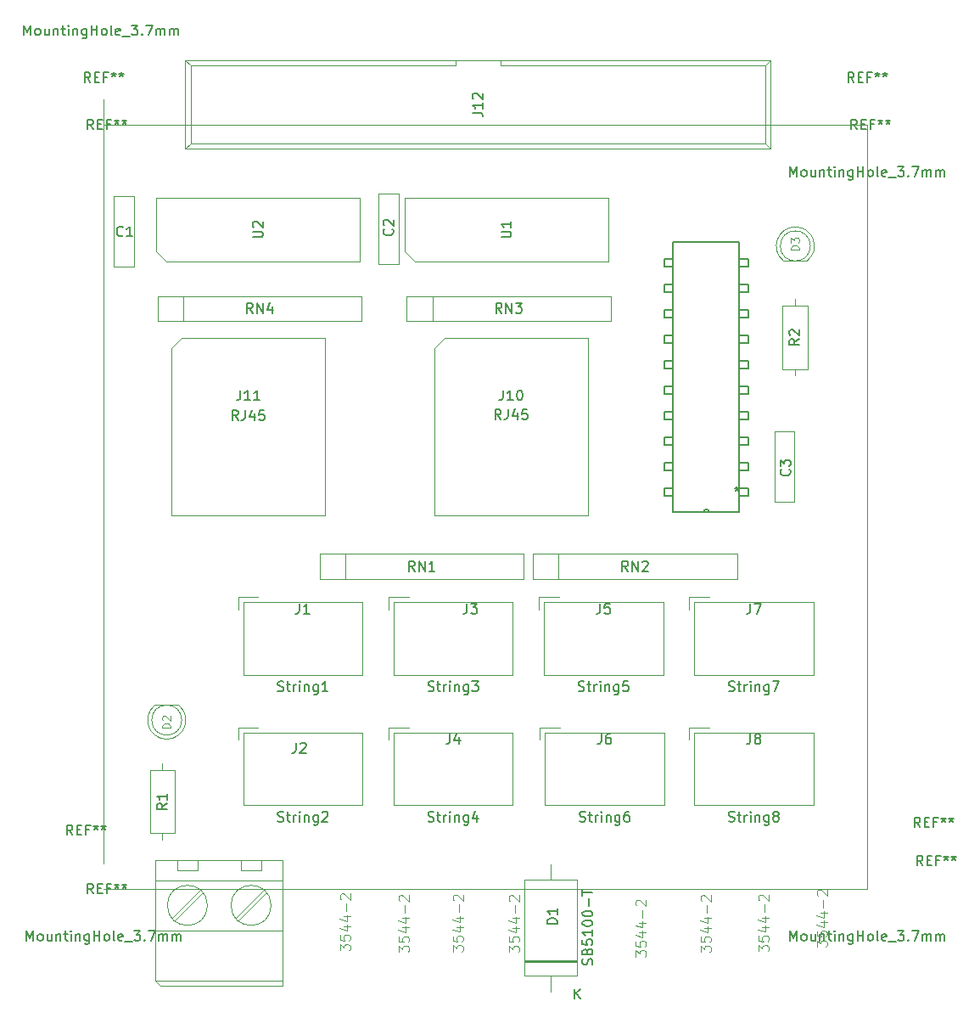
<source format=gbr>
G04 #@! TF.GenerationSoftware,KiCad,Pcbnew,(5.1.4)-1*
G04 #@! TF.CreationDate,2019-11-24T11:57:18-05:00*
G04 #@! TF.ProjectId,Multi_Expansion,4d756c74-695f-4457-9870-616e73696f6e,v1.0f*
G04 #@! TF.SameCoordinates,Original*
G04 #@! TF.FileFunction,Other,Fab,Top*
%FSLAX46Y46*%
G04 Gerber Fmt 4.6, Leading zero omitted, Abs format (unit mm)*
G04 Created by KiCad (PCBNEW (5.1.4)-1) date 2019-11-24 11:57:18*
%MOMM*%
%LPD*%
G04 APERTURE LIST*
%ADD10C,0.120000*%
%ADD11C,0.100000*%
%ADD12C,0.152400*%
%ADD13C,0.150000*%
%ADD14C,0.050000*%
G04 APERTURE END LIST*
D10*
X148931000Y-64769800D02*
X148931000Y-140969800D01*
X72731000Y-64769800D02*
X148931000Y-64769800D01*
X72731000Y-138429800D02*
X72731000Y-62229800D01*
X72731000Y-140969800D02*
X148931000Y-140969800D01*
X79510000Y-87007800D02*
X80510000Y-86007800D01*
X80510000Y-86007800D02*
X94810000Y-86007800D01*
X94810000Y-86007800D02*
X94810000Y-103747800D01*
X94810000Y-103747800D02*
X79510000Y-103747800D01*
X79510000Y-103747800D02*
X79510000Y-87007800D01*
D11*
X80685000Y-81827800D02*
X80685000Y-84327800D01*
X98485000Y-81827800D02*
X78125000Y-81827800D01*
X98485000Y-84327800D02*
X98485000Y-81827800D01*
X78125000Y-84327800D02*
X98485000Y-84327800D01*
X78125000Y-81827800D02*
X78125000Y-84327800D01*
X105521000Y-81827800D02*
X105521000Y-84327800D01*
X123321000Y-81827800D02*
X102961000Y-81827800D01*
X123321000Y-84327800D02*
X123321000Y-81827800D01*
X102961000Y-84327800D02*
X123321000Y-84327800D01*
X102961000Y-81827800D02*
X102961000Y-84327800D01*
D10*
X105746000Y-87007800D02*
X106746000Y-86007800D01*
X106746000Y-86007800D02*
X121046000Y-86007800D01*
X121046000Y-86007800D02*
X121046000Y-103747800D01*
X121046000Y-103747800D02*
X105746000Y-103747800D01*
X105746000Y-103747800D02*
X105746000Y-87007800D01*
D11*
X78995000Y-78392800D02*
X77995000Y-77392800D01*
X98315000Y-78392800D02*
X78995000Y-78392800D01*
X98315000Y-72042800D02*
X98315000Y-78392800D01*
X77995000Y-72042800D02*
X98315000Y-72042800D01*
X77995000Y-77392800D02*
X77995000Y-72042800D01*
X103781000Y-78392800D02*
X102781000Y-77392800D01*
X123101000Y-78392800D02*
X103781000Y-78392800D01*
X123101000Y-72042800D02*
X123101000Y-78392800D01*
X102781000Y-72042800D02*
X123101000Y-72042800D01*
X102781000Y-77392800D02*
X102781000Y-72042800D01*
X102179000Y-78643800D02*
X102179000Y-71643800D01*
X100179000Y-78643800D02*
X102179000Y-78643800D01*
X100179000Y-71643800D02*
X100179000Y-78643800D01*
X102179000Y-71643800D02*
X100179000Y-71643800D01*
X75763000Y-78897800D02*
X75763000Y-71897800D01*
X73763000Y-78897800D02*
X75763000Y-78897800D01*
X73763000Y-71897800D02*
X73763000Y-78897800D01*
X75763000Y-71897800D02*
X73763000Y-71897800D01*
X141693000Y-82151800D02*
X141693000Y-82811800D01*
X141693000Y-89771800D02*
X141693000Y-89111800D01*
X140443000Y-82811800D02*
X140443000Y-89111800D01*
X142943000Y-82811800D02*
X140443000Y-82811800D01*
X142943000Y-89111800D02*
X142943000Y-82811800D01*
X140443000Y-89111800D02*
X142943000Y-89111800D01*
X77854724Y-122623445D02*
G75*
G03X80186390Y-122624000I1165476J-1500555D01*
G01*
X80520200Y-124124000D02*
G75*
G03X80520200Y-124124000I-1500000J0D01*
G01*
X80186390Y-122624000D02*
X77854010Y-122624000D01*
X142908476Y-78342355D02*
G75*
G03X140576810Y-78341800I-1165476J1500555D01*
G01*
X143243000Y-76841800D02*
G75*
G03X143243000Y-76841800I-1500000J0D01*
G01*
X140576810Y-78341800D02*
X142909190Y-78341800D01*
X78588400Y-136062000D02*
X78588400Y-135402000D01*
X78588400Y-128442000D02*
X78588400Y-129102000D01*
X79838400Y-135402000D02*
X79838400Y-129102000D01*
X77338400Y-135402000D02*
X79838400Y-135402000D01*
X77338400Y-129102000D02*
X77338400Y-135402000D01*
X79838400Y-129102000D02*
X77338400Y-129102000D01*
D12*
X133165800Y-103409800D02*
G75*
G03X132556200Y-103409800I-304800J0D01*
G01*
X136163000Y-103409800D02*
X136163000Y-76485800D01*
X129559000Y-103409800D02*
X136163000Y-103409800D01*
X129559000Y-76485800D02*
X129559000Y-103409800D01*
X136163000Y-76485800D02*
X129559000Y-76485800D01*
X128657300Y-101771500D02*
X129559000Y-101771500D01*
X128657300Y-100984100D02*
X128657300Y-101771500D01*
X129559000Y-100984100D02*
X128657300Y-100984100D01*
X129559000Y-101771500D02*
X129559000Y-100984100D01*
X128657300Y-99231500D02*
X129559000Y-99231500D01*
X128657300Y-98444100D02*
X128657300Y-99231500D01*
X129559000Y-98444100D02*
X128657300Y-98444100D01*
X129559000Y-99231500D02*
X129559000Y-98444100D01*
X128657300Y-96691500D02*
X129559000Y-96691500D01*
X128657300Y-95904100D02*
X128657300Y-96691500D01*
X129559000Y-95904100D02*
X128657300Y-95904100D01*
X129559000Y-96691500D02*
X129559000Y-95904100D01*
X128657300Y-94151500D02*
X129559000Y-94151500D01*
X128657300Y-93364100D02*
X128657300Y-94151500D01*
X129559000Y-93364100D02*
X128657300Y-93364100D01*
X129559000Y-94151500D02*
X129559000Y-93364100D01*
X128657300Y-91611500D02*
X129559000Y-91611500D01*
X128657300Y-90824100D02*
X128657300Y-91611500D01*
X129559000Y-90824100D02*
X128657300Y-90824100D01*
X129559000Y-91611500D02*
X129559000Y-90824100D01*
X128657300Y-89071500D02*
X129559000Y-89071500D01*
X128657300Y-88284100D02*
X128657300Y-89071500D01*
X129559000Y-88284100D02*
X128657300Y-88284100D01*
X129559000Y-89071500D02*
X129559000Y-88284100D01*
X128657300Y-86531500D02*
X129559000Y-86531500D01*
X128657300Y-85744100D02*
X128657300Y-86531500D01*
X129559000Y-85744100D02*
X128657300Y-85744100D01*
X129559000Y-86531500D02*
X129559000Y-85744100D01*
X128657300Y-83991500D02*
X129559000Y-83991500D01*
X128657300Y-83204100D02*
X128657300Y-83991500D01*
X129559000Y-83204100D02*
X128657300Y-83204100D01*
X129559000Y-83991500D02*
X129559000Y-83204100D01*
X128657300Y-81451500D02*
X129559000Y-81451500D01*
X128657300Y-80664100D02*
X128657300Y-81451500D01*
X129559000Y-80664100D02*
X128657300Y-80664100D01*
X129559000Y-81451500D02*
X129559000Y-80664100D01*
X128657300Y-78911500D02*
X129559000Y-78911500D01*
X128657300Y-78124100D02*
X128657300Y-78911500D01*
X129559000Y-78124100D02*
X128657300Y-78124100D01*
X129559000Y-78911500D02*
X129559000Y-78124100D01*
X137064700Y-78124100D02*
X136163000Y-78124100D01*
X137064700Y-78911500D02*
X137064700Y-78124100D01*
X136163000Y-78911500D02*
X137064700Y-78911500D01*
X136163000Y-78124100D02*
X136163000Y-78911500D01*
X137064700Y-80664100D02*
X136163000Y-80664100D01*
X137064700Y-81451500D02*
X137064700Y-80664100D01*
X136163000Y-81451500D02*
X137064700Y-81451500D01*
X136163000Y-80664100D02*
X136163000Y-81451500D01*
X137064700Y-83204100D02*
X136163000Y-83204100D01*
X137064700Y-83991500D02*
X137064700Y-83204100D01*
X136163000Y-83991500D02*
X137064700Y-83991500D01*
X136163000Y-83204100D02*
X136163000Y-83991500D01*
X137064700Y-85744100D02*
X136163000Y-85744100D01*
X137064700Y-86531500D02*
X137064700Y-85744100D01*
X136163000Y-86531500D02*
X137064700Y-86531500D01*
X136163000Y-85744100D02*
X136163000Y-86531500D01*
X137064700Y-88284100D02*
X136163000Y-88284100D01*
X137064700Y-89071500D02*
X137064700Y-88284100D01*
X136163000Y-89071500D02*
X137064700Y-89071500D01*
X136163000Y-88284100D02*
X136163000Y-89071500D01*
X137064700Y-90824100D02*
X136163000Y-90824100D01*
X137064700Y-91611500D02*
X137064700Y-90824100D01*
X136163000Y-91611500D02*
X137064700Y-91611500D01*
X136163000Y-90824100D02*
X136163000Y-91611500D01*
X137064700Y-93364100D02*
X136163000Y-93364100D01*
X137064700Y-94151500D02*
X137064700Y-93364100D01*
X136163000Y-94151500D02*
X137064700Y-94151500D01*
X136163000Y-93364100D02*
X136163000Y-94151500D01*
X137064700Y-95904100D02*
X136163000Y-95904100D01*
X137064700Y-96691500D02*
X137064700Y-95904100D01*
X136163000Y-96691500D02*
X137064700Y-96691500D01*
X136163000Y-95904100D02*
X136163000Y-96691500D01*
X137064700Y-98444100D02*
X136163000Y-98444100D01*
X137064700Y-99231500D02*
X137064700Y-98444100D01*
X136163000Y-99231500D02*
X137064700Y-99231500D01*
X136163000Y-98444100D02*
X136163000Y-99231500D01*
X137064700Y-100984100D02*
X136163000Y-100984100D01*
X137064700Y-101771500D02*
X137064700Y-100984100D01*
X136163000Y-101771500D02*
X137064700Y-101771500D01*
X136163000Y-100984100D02*
X136163000Y-101771500D01*
D11*
X80839000Y-58312800D02*
X81399000Y-58862800D01*
X139299000Y-58312800D02*
X138759000Y-58862800D01*
X80839000Y-67162800D02*
X81399000Y-66612800D01*
X139299000Y-67162800D02*
X138759000Y-66612800D01*
X81399000Y-66612800D02*
X81399000Y-58862800D01*
X80839000Y-67162800D02*
X80839000Y-58312800D01*
X138759000Y-66612800D02*
X138759000Y-58862800D01*
X139299000Y-67162800D02*
X139299000Y-58312800D01*
X107819000Y-58862800D02*
X107819000Y-58312800D01*
X112319000Y-58862800D02*
X112319000Y-58312800D01*
X107819000Y-58862800D02*
X81399000Y-58862800D01*
X138759000Y-58862800D02*
X112319000Y-58862800D01*
X139299000Y-58312800D02*
X80839000Y-58312800D01*
X138759000Y-66612800D02*
X81399000Y-66612800D01*
X139299000Y-67162800D02*
X80839000Y-67162800D01*
X101150000Y-111850000D02*
X103150000Y-111850000D01*
X101150000Y-113100000D02*
X101150000Y-111850000D01*
X113550000Y-112350000D02*
X101650000Y-112350000D01*
X113550000Y-119600000D02*
X113550000Y-112350000D01*
X101650000Y-119600000D02*
X113550000Y-119600000D01*
X101650000Y-112350000D02*
X101650000Y-119600000D01*
X114732600Y-148243600D02*
X119932600Y-148243600D01*
X114732600Y-148043600D02*
X119932600Y-148043600D01*
X114732600Y-148143600D02*
X119932600Y-148143600D01*
X117332600Y-138468600D02*
X117332600Y-140068600D01*
X117332600Y-151168600D02*
X117332600Y-149568600D01*
X114732600Y-140068600D02*
X114732600Y-149568600D01*
X119932600Y-140068600D02*
X114732600Y-140068600D01*
X119932600Y-149568600D02*
X119932600Y-140068600D01*
X114732600Y-149568600D02*
X119932600Y-149568600D01*
X139651000Y-95367800D02*
X139651000Y-102367800D01*
X141651000Y-95367800D02*
X139651000Y-95367800D01*
X141651000Y-102367800D02*
X141651000Y-95367800D01*
X139651000Y-102367800D02*
X141651000Y-102367800D01*
X118122700Y-107563600D02*
X118122700Y-110063600D01*
X135922700Y-107563600D02*
X115562700Y-107563600D01*
X135922700Y-110063600D02*
X135922700Y-107563600D01*
X115562700Y-110063600D02*
X135922700Y-110063600D01*
X115562700Y-107563600D02*
X115562700Y-110063600D01*
X96831500Y-107563600D02*
X96831500Y-110063600D01*
X114631500Y-107563600D02*
X94271500Y-107563600D01*
X114631500Y-110063600D02*
X114631500Y-107563600D01*
X94271500Y-110063600D02*
X114631500Y-110063600D01*
X94271500Y-107563600D02*
X94271500Y-110063600D01*
X131150000Y-124850000D02*
X133150000Y-124850000D01*
X131150000Y-126100000D02*
X131150000Y-124850000D01*
X143550000Y-125350000D02*
X131650000Y-125350000D01*
X143550000Y-132600000D02*
X143550000Y-125350000D01*
X131650000Y-132600000D02*
X143550000Y-132600000D01*
X131650000Y-125350000D02*
X131650000Y-132600000D01*
X131150000Y-111850000D02*
X133150000Y-111850000D01*
X131150000Y-113100000D02*
X131150000Y-111850000D01*
X143550000Y-112350000D02*
X131650000Y-112350000D01*
X143550000Y-119600000D02*
X143550000Y-112350000D01*
X131650000Y-119600000D02*
X143550000Y-119600000D01*
X131650000Y-112350000D02*
X131650000Y-119600000D01*
X116264342Y-124850000D02*
X118264342Y-124850000D01*
X116264342Y-126100000D02*
X116264342Y-124850000D01*
X128664342Y-125350000D02*
X116764342Y-125350000D01*
X128664342Y-132600000D02*
X128664342Y-125350000D01*
X116764342Y-132600000D02*
X128664342Y-132600000D01*
X116764342Y-125350000D02*
X116764342Y-132600000D01*
X116150000Y-111850000D02*
X118150000Y-111850000D01*
X116150000Y-113100000D02*
X116150000Y-111850000D01*
X128550000Y-112350000D02*
X116650000Y-112350000D01*
X128550000Y-119600000D02*
X128550000Y-112350000D01*
X116650000Y-119600000D02*
X128550000Y-119600000D01*
X116650000Y-112350000D02*
X116650000Y-119600000D01*
X101150000Y-124850000D02*
X103150000Y-124850000D01*
X101150000Y-126100000D02*
X101150000Y-124850000D01*
X113550000Y-125350000D02*
X101650000Y-125350000D01*
X113550000Y-132600000D02*
X113550000Y-125350000D01*
X101650000Y-132600000D02*
X113550000Y-132600000D01*
X101650000Y-125350000D02*
X101650000Y-132600000D01*
X86150000Y-124850000D02*
X88150000Y-124850000D01*
X86150000Y-126100000D02*
X86150000Y-124850000D01*
X98550000Y-125350000D02*
X86650000Y-125350000D01*
X98550000Y-132600000D02*
X98550000Y-125350000D01*
X86650000Y-132600000D02*
X98550000Y-132600000D01*
X86650000Y-125350000D02*
X86650000Y-132600000D01*
X86150000Y-111850000D02*
X88150000Y-111850000D01*
X86150000Y-113100000D02*
X86150000Y-111850000D01*
X98550000Y-112350000D02*
X86650000Y-112350000D01*
X98550000Y-119600000D02*
X98550000Y-112350000D01*
X86650000Y-119600000D02*
X98550000Y-119600000D01*
X86650000Y-112350000D02*
X86650000Y-119600000D01*
X88432600Y-138098600D02*
X86432600Y-138098600D01*
X88432600Y-139098600D02*
X88432600Y-138098600D01*
X86432600Y-139098600D02*
X88432600Y-139098600D01*
X86432600Y-138098600D02*
X86432600Y-139098600D01*
X88705600Y-141081600D02*
X85916600Y-143871600D01*
X88949600Y-141325600D02*
X86160600Y-144115600D01*
X82082600Y-138098600D02*
X80082600Y-138098600D01*
X82082600Y-139098600D02*
X82082600Y-138098600D01*
X80082600Y-139098600D02*
X82082600Y-139098600D01*
X80082600Y-138098600D02*
X80082600Y-139098600D01*
X82355600Y-141081600D02*
X79565600Y-143871600D01*
X82599600Y-141325600D02*
X79809600Y-144115600D01*
X77907600Y-140098600D02*
X90607600Y-140098600D01*
X77907600Y-145098600D02*
X90607600Y-145098600D01*
X77907600Y-150098600D02*
X90607600Y-150098600D01*
X77907600Y-150098600D02*
X77907600Y-138098600D01*
X78407600Y-150598600D02*
X77907600Y-150098600D01*
X90607600Y-150598600D02*
X78407600Y-150598600D01*
X90607600Y-138098600D02*
X90607600Y-150598600D01*
X77907600Y-138098600D02*
X90607600Y-138098600D01*
X89432600Y-142598600D02*
G75*
G03X89432600Y-142598600I-2000000J0D01*
G01*
X83082600Y-142598600D02*
G75*
G03X83082600Y-142598600I-2000000J0D01*
G01*
D13*
X147597666Y-60522180D02*
X147264333Y-60045990D01*
X147026238Y-60522180D02*
X147026238Y-59522180D01*
X147407190Y-59522180D01*
X147502428Y-59569800D01*
X147550047Y-59617419D01*
X147597666Y-59712657D01*
X147597666Y-59855514D01*
X147550047Y-59950752D01*
X147502428Y-59998371D01*
X147407190Y-60045990D01*
X147026238Y-60045990D01*
X148026238Y-59998371D02*
X148359571Y-59998371D01*
X148502428Y-60522180D02*
X148026238Y-60522180D01*
X148026238Y-59522180D01*
X148502428Y-59522180D01*
X149264333Y-59998371D02*
X148931000Y-59998371D01*
X148931000Y-60522180D02*
X148931000Y-59522180D01*
X149407190Y-59522180D01*
X149931000Y-59522180D02*
X149931000Y-59760276D01*
X149692904Y-59665038D02*
X149931000Y-59760276D01*
X150169095Y-59665038D01*
X149788142Y-59950752D02*
X149931000Y-59760276D01*
X150073857Y-59950752D01*
X150692904Y-59522180D02*
X150692904Y-59760276D01*
X150454809Y-59665038D02*
X150692904Y-59760276D01*
X150931000Y-59665038D01*
X150550047Y-59950752D02*
X150692904Y-59760276D01*
X150835761Y-59950752D01*
X141240523Y-69922180D02*
X141240523Y-68922180D01*
X141573857Y-69636466D01*
X141907190Y-68922180D01*
X141907190Y-69922180D01*
X142526238Y-69922180D02*
X142431000Y-69874561D01*
X142383380Y-69826942D01*
X142335761Y-69731704D01*
X142335761Y-69445990D01*
X142383380Y-69350752D01*
X142431000Y-69303133D01*
X142526238Y-69255514D01*
X142669095Y-69255514D01*
X142764333Y-69303133D01*
X142811952Y-69350752D01*
X142859571Y-69445990D01*
X142859571Y-69731704D01*
X142811952Y-69826942D01*
X142764333Y-69874561D01*
X142669095Y-69922180D01*
X142526238Y-69922180D01*
X143716714Y-69255514D02*
X143716714Y-69922180D01*
X143288142Y-69255514D02*
X143288142Y-69779323D01*
X143335761Y-69874561D01*
X143431000Y-69922180D01*
X143573857Y-69922180D01*
X143669095Y-69874561D01*
X143716714Y-69826942D01*
X144192904Y-69255514D02*
X144192904Y-69922180D01*
X144192904Y-69350752D02*
X144240523Y-69303133D01*
X144335761Y-69255514D01*
X144478619Y-69255514D01*
X144573857Y-69303133D01*
X144621476Y-69398371D01*
X144621476Y-69922180D01*
X144954809Y-69255514D02*
X145335761Y-69255514D01*
X145097666Y-68922180D02*
X145097666Y-69779323D01*
X145145285Y-69874561D01*
X145240523Y-69922180D01*
X145335761Y-69922180D01*
X145669095Y-69922180D02*
X145669095Y-69255514D01*
X145669095Y-68922180D02*
X145621476Y-68969800D01*
X145669095Y-69017419D01*
X145716714Y-68969800D01*
X145669095Y-68922180D01*
X145669095Y-69017419D01*
X146145285Y-69255514D02*
X146145285Y-69922180D01*
X146145285Y-69350752D02*
X146192904Y-69303133D01*
X146288142Y-69255514D01*
X146431000Y-69255514D01*
X146526238Y-69303133D01*
X146573857Y-69398371D01*
X146573857Y-69922180D01*
X147478619Y-69255514D02*
X147478619Y-70065038D01*
X147431000Y-70160276D01*
X147383380Y-70207895D01*
X147288142Y-70255514D01*
X147145285Y-70255514D01*
X147050047Y-70207895D01*
X147478619Y-69874561D02*
X147383380Y-69922180D01*
X147192904Y-69922180D01*
X147097666Y-69874561D01*
X147050047Y-69826942D01*
X147002428Y-69731704D01*
X147002428Y-69445990D01*
X147050047Y-69350752D01*
X147097666Y-69303133D01*
X147192904Y-69255514D01*
X147383380Y-69255514D01*
X147478619Y-69303133D01*
X147954809Y-69922180D02*
X147954809Y-68922180D01*
X147954809Y-69398371D02*
X148526238Y-69398371D01*
X148526238Y-69922180D02*
X148526238Y-68922180D01*
X149145285Y-69922180D02*
X149050047Y-69874561D01*
X149002428Y-69826942D01*
X148954809Y-69731704D01*
X148954809Y-69445990D01*
X149002428Y-69350752D01*
X149050047Y-69303133D01*
X149145285Y-69255514D01*
X149288142Y-69255514D01*
X149383380Y-69303133D01*
X149431000Y-69350752D01*
X149478619Y-69445990D01*
X149478619Y-69731704D01*
X149431000Y-69826942D01*
X149383380Y-69874561D01*
X149288142Y-69922180D01*
X149145285Y-69922180D01*
X150050047Y-69922180D02*
X149954809Y-69874561D01*
X149907190Y-69779323D01*
X149907190Y-68922180D01*
X150811952Y-69874561D02*
X150716714Y-69922180D01*
X150526238Y-69922180D01*
X150431000Y-69874561D01*
X150383380Y-69779323D01*
X150383380Y-69398371D01*
X150431000Y-69303133D01*
X150526238Y-69255514D01*
X150716714Y-69255514D01*
X150811952Y-69303133D01*
X150859571Y-69398371D01*
X150859571Y-69493609D01*
X150383380Y-69588847D01*
X151050047Y-70017419D02*
X151811952Y-70017419D01*
X151954809Y-68922180D02*
X152573857Y-68922180D01*
X152240523Y-69303133D01*
X152383380Y-69303133D01*
X152478619Y-69350752D01*
X152526238Y-69398371D01*
X152573857Y-69493609D01*
X152573857Y-69731704D01*
X152526238Y-69826942D01*
X152478619Y-69874561D01*
X152383380Y-69922180D01*
X152097666Y-69922180D01*
X152002428Y-69874561D01*
X151954809Y-69826942D01*
X153002428Y-69826942D02*
X153050047Y-69874561D01*
X153002428Y-69922180D01*
X152954809Y-69874561D01*
X153002428Y-69826942D01*
X153002428Y-69922180D01*
X153383380Y-68922180D02*
X154050047Y-68922180D01*
X153621476Y-69922180D01*
X154431000Y-69922180D02*
X154431000Y-69255514D01*
X154431000Y-69350752D02*
X154478619Y-69303133D01*
X154573857Y-69255514D01*
X154716714Y-69255514D01*
X154811952Y-69303133D01*
X154859571Y-69398371D01*
X154859571Y-69922180D01*
X154859571Y-69398371D02*
X154907190Y-69303133D01*
X155002428Y-69255514D01*
X155145285Y-69255514D01*
X155240523Y-69303133D01*
X155288142Y-69398371D01*
X155288142Y-69922180D01*
X155764333Y-69922180D02*
X155764333Y-69255514D01*
X155764333Y-69350752D02*
X155811952Y-69303133D01*
X155907190Y-69255514D01*
X156050047Y-69255514D01*
X156145285Y-69303133D01*
X156192904Y-69398371D01*
X156192904Y-69922180D01*
X156192904Y-69398371D02*
X156240523Y-69303133D01*
X156335761Y-69255514D01*
X156478619Y-69255514D01*
X156573857Y-69303133D01*
X156621476Y-69398371D01*
X156621476Y-69922180D01*
X147897666Y-65222180D02*
X147564333Y-64745990D01*
X147326238Y-65222180D02*
X147326238Y-64222180D01*
X147707190Y-64222180D01*
X147802428Y-64269800D01*
X147850047Y-64317419D01*
X147897666Y-64412657D01*
X147897666Y-64555514D01*
X147850047Y-64650752D01*
X147802428Y-64698371D01*
X147707190Y-64745990D01*
X147326238Y-64745990D01*
X148326238Y-64698371D02*
X148659571Y-64698371D01*
X148802428Y-65222180D02*
X148326238Y-65222180D01*
X148326238Y-64222180D01*
X148802428Y-64222180D01*
X149564333Y-64698371D02*
X149231000Y-64698371D01*
X149231000Y-65222180D02*
X149231000Y-64222180D01*
X149707190Y-64222180D01*
X150231000Y-64222180D02*
X150231000Y-64460276D01*
X149992904Y-64365038D02*
X150231000Y-64460276D01*
X150469095Y-64365038D01*
X150088142Y-64650752D02*
X150231000Y-64460276D01*
X150373857Y-64650752D01*
X150992904Y-64222180D02*
X150992904Y-64460276D01*
X150754809Y-64365038D02*
X150992904Y-64460276D01*
X151231000Y-64365038D01*
X150850047Y-64650752D02*
X150992904Y-64460276D01*
X151135761Y-64650752D01*
X71397666Y-60522180D02*
X71064333Y-60045990D01*
X70826238Y-60522180D02*
X70826238Y-59522180D01*
X71207190Y-59522180D01*
X71302428Y-59569800D01*
X71350047Y-59617419D01*
X71397666Y-59712657D01*
X71397666Y-59855514D01*
X71350047Y-59950752D01*
X71302428Y-59998371D01*
X71207190Y-60045990D01*
X70826238Y-60045990D01*
X71826238Y-59998371D02*
X72159571Y-59998371D01*
X72302428Y-60522180D02*
X71826238Y-60522180D01*
X71826238Y-59522180D01*
X72302428Y-59522180D01*
X73064333Y-59998371D02*
X72731000Y-59998371D01*
X72731000Y-60522180D02*
X72731000Y-59522180D01*
X73207190Y-59522180D01*
X73731000Y-59522180D02*
X73731000Y-59760276D01*
X73492904Y-59665038D02*
X73731000Y-59760276D01*
X73969095Y-59665038D01*
X73588142Y-59950752D02*
X73731000Y-59760276D01*
X73873857Y-59950752D01*
X74492904Y-59522180D02*
X74492904Y-59760276D01*
X74254809Y-59665038D02*
X74492904Y-59760276D01*
X74731000Y-59665038D01*
X74350047Y-59950752D02*
X74492904Y-59760276D01*
X74635761Y-59950752D01*
X64786523Y-55824180D02*
X64786523Y-54824180D01*
X65119857Y-55538466D01*
X65453190Y-54824180D01*
X65453190Y-55824180D01*
X66072238Y-55824180D02*
X65976999Y-55776561D01*
X65929380Y-55728942D01*
X65881761Y-55633704D01*
X65881761Y-55347990D01*
X65929380Y-55252752D01*
X65976999Y-55205133D01*
X66072238Y-55157514D01*
X66215095Y-55157514D01*
X66310333Y-55205133D01*
X66357952Y-55252752D01*
X66405571Y-55347990D01*
X66405571Y-55633704D01*
X66357952Y-55728942D01*
X66310333Y-55776561D01*
X66215095Y-55824180D01*
X66072238Y-55824180D01*
X67262714Y-55157514D02*
X67262714Y-55824180D01*
X66834142Y-55157514D02*
X66834142Y-55681323D01*
X66881761Y-55776561D01*
X66976999Y-55824180D01*
X67119857Y-55824180D01*
X67215095Y-55776561D01*
X67262714Y-55728942D01*
X67738904Y-55157514D02*
X67738904Y-55824180D01*
X67738904Y-55252752D02*
X67786523Y-55205133D01*
X67881761Y-55157514D01*
X68024619Y-55157514D01*
X68119857Y-55205133D01*
X68167476Y-55300371D01*
X68167476Y-55824180D01*
X68500809Y-55157514D02*
X68881761Y-55157514D01*
X68643666Y-54824180D02*
X68643666Y-55681323D01*
X68691285Y-55776561D01*
X68786523Y-55824180D01*
X68881761Y-55824180D01*
X69215095Y-55824180D02*
X69215095Y-55157514D01*
X69215095Y-54824180D02*
X69167476Y-54871800D01*
X69215095Y-54919419D01*
X69262714Y-54871800D01*
X69215095Y-54824180D01*
X69215095Y-54919419D01*
X69691285Y-55157514D02*
X69691285Y-55824180D01*
X69691285Y-55252752D02*
X69738904Y-55205133D01*
X69834142Y-55157514D01*
X69977000Y-55157514D01*
X70072238Y-55205133D01*
X70119857Y-55300371D01*
X70119857Y-55824180D01*
X71024619Y-55157514D02*
X71024619Y-55967038D01*
X70977000Y-56062276D01*
X70929380Y-56109895D01*
X70834142Y-56157514D01*
X70691285Y-56157514D01*
X70596047Y-56109895D01*
X71024619Y-55776561D02*
X70929380Y-55824180D01*
X70738904Y-55824180D01*
X70643666Y-55776561D01*
X70596047Y-55728942D01*
X70548428Y-55633704D01*
X70548428Y-55347990D01*
X70596047Y-55252752D01*
X70643666Y-55205133D01*
X70738904Y-55157514D01*
X70929380Y-55157514D01*
X71024619Y-55205133D01*
X71500809Y-55824180D02*
X71500809Y-54824180D01*
X71500809Y-55300371D02*
X72072238Y-55300371D01*
X72072238Y-55824180D02*
X72072238Y-54824180D01*
X72691285Y-55824180D02*
X72596047Y-55776561D01*
X72548428Y-55728942D01*
X72500809Y-55633704D01*
X72500809Y-55347990D01*
X72548428Y-55252752D01*
X72596047Y-55205133D01*
X72691285Y-55157514D01*
X72834142Y-55157514D01*
X72929380Y-55205133D01*
X72977000Y-55252752D01*
X73024619Y-55347990D01*
X73024619Y-55633704D01*
X72977000Y-55728942D01*
X72929380Y-55776561D01*
X72834142Y-55824180D01*
X72691285Y-55824180D01*
X73596047Y-55824180D02*
X73500809Y-55776561D01*
X73453190Y-55681323D01*
X73453190Y-54824180D01*
X74357952Y-55776561D02*
X74262714Y-55824180D01*
X74072238Y-55824180D01*
X73977000Y-55776561D01*
X73929380Y-55681323D01*
X73929380Y-55300371D01*
X73977000Y-55205133D01*
X74072238Y-55157514D01*
X74262714Y-55157514D01*
X74357952Y-55205133D01*
X74405571Y-55300371D01*
X74405571Y-55395609D01*
X73929380Y-55490847D01*
X74596047Y-55919419D02*
X75357952Y-55919419D01*
X75500809Y-54824180D02*
X76119857Y-54824180D01*
X75786523Y-55205133D01*
X75929380Y-55205133D01*
X76024619Y-55252752D01*
X76072238Y-55300371D01*
X76119857Y-55395609D01*
X76119857Y-55633704D01*
X76072238Y-55728942D01*
X76024619Y-55776561D01*
X75929380Y-55824180D01*
X75643666Y-55824180D01*
X75548428Y-55776561D01*
X75500809Y-55728942D01*
X76548428Y-55728942D02*
X76596047Y-55776561D01*
X76548428Y-55824180D01*
X76500809Y-55776561D01*
X76548428Y-55728942D01*
X76548428Y-55824180D01*
X76929380Y-54824180D02*
X77596047Y-54824180D01*
X77167476Y-55824180D01*
X77976999Y-55824180D02*
X77976999Y-55157514D01*
X77976999Y-55252752D02*
X78024619Y-55205133D01*
X78119857Y-55157514D01*
X78262714Y-55157514D01*
X78357952Y-55205133D01*
X78405571Y-55300371D01*
X78405571Y-55824180D01*
X78405571Y-55300371D02*
X78453190Y-55205133D01*
X78548428Y-55157514D01*
X78691285Y-55157514D01*
X78786523Y-55205133D01*
X78834142Y-55300371D01*
X78834142Y-55824180D01*
X79310333Y-55824180D02*
X79310333Y-55157514D01*
X79310333Y-55252752D02*
X79357952Y-55205133D01*
X79453190Y-55157514D01*
X79596047Y-55157514D01*
X79691285Y-55205133D01*
X79738904Y-55300371D01*
X79738904Y-55824180D01*
X79738904Y-55300371D02*
X79786523Y-55205133D01*
X79881761Y-55157514D01*
X80024619Y-55157514D01*
X80119857Y-55205133D01*
X80167476Y-55300371D01*
X80167476Y-55824180D01*
X71697666Y-65222180D02*
X71364333Y-64745990D01*
X71126238Y-65222180D02*
X71126238Y-64222180D01*
X71507190Y-64222180D01*
X71602428Y-64269800D01*
X71650047Y-64317419D01*
X71697666Y-64412657D01*
X71697666Y-64555514D01*
X71650047Y-64650752D01*
X71602428Y-64698371D01*
X71507190Y-64745990D01*
X71126238Y-64745990D01*
X72126238Y-64698371D02*
X72459571Y-64698371D01*
X72602428Y-65222180D02*
X72126238Y-65222180D01*
X72126238Y-64222180D01*
X72602428Y-64222180D01*
X73364333Y-64698371D02*
X73031000Y-64698371D01*
X73031000Y-65222180D02*
X73031000Y-64222180D01*
X73507190Y-64222180D01*
X74031000Y-64222180D02*
X74031000Y-64460276D01*
X73792904Y-64365038D02*
X74031000Y-64460276D01*
X74269095Y-64365038D01*
X73888142Y-64650752D02*
X74031000Y-64460276D01*
X74173857Y-64650752D01*
X74792904Y-64222180D02*
X74792904Y-64460276D01*
X74554809Y-64365038D02*
X74792904Y-64460276D01*
X75031000Y-64365038D01*
X74650047Y-64650752D02*
X74792904Y-64460276D01*
X74935761Y-64650752D01*
X154455666Y-138628180D02*
X154122333Y-138151990D01*
X153884238Y-138628180D02*
X153884238Y-137628180D01*
X154265190Y-137628180D01*
X154360428Y-137675800D01*
X154408047Y-137723419D01*
X154455666Y-137818657D01*
X154455666Y-137961514D01*
X154408047Y-138056752D01*
X154360428Y-138104371D01*
X154265190Y-138151990D01*
X153884238Y-138151990D01*
X154884238Y-138104371D02*
X155217571Y-138104371D01*
X155360428Y-138628180D02*
X154884238Y-138628180D01*
X154884238Y-137628180D01*
X155360428Y-137628180D01*
X156122333Y-138104371D02*
X155789000Y-138104371D01*
X155789000Y-138628180D02*
X155789000Y-137628180D01*
X156265190Y-137628180D01*
X156789000Y-137628180D02*
X156789000Y-137866276D01*
X156550904Y-137771038D02*
X156789000Y-137866276D01*
X157027095Y-137771038D01*
X156646142Y-138056752D02*
X156789000Y-137866276D01*
X156931857Y-138056752D01*
X157550904Y-137628180D02*
X157550904Y-137866276D01*
X157312809Y-137771038D02*
X157550904Y-137866276D01*
X157789000Y-137771038D01*
X157408047Y-138056752D02*
X157550904Y-137866276D01*
X157693761Y-138056752D01*
X141240523Y-146122180D02*
X141240523Y-145122180D01*
X141573857Y-145836466D01*
X141907190Y-145122180D01*
X141907190Y-146122180D01*
X142526238Y-146122180D02*
X142431000Y-146074561D01*
X142383380Y-146026942D01*
X142335761Y-145931704D01*
X142335761Y-145645990D01*
X142383380Y-145550752D01*
X142431000Y-145503133D01*
X142526238Y-145455514D01*
X142669095Y-145455514D01*
X142764333Y-145503133D01*
X142811952Y-145550752D01*
X142859571Y-145645990D01*
X142859571Y-145931704D01*
X142811952Y-146026942D01*
X142764333Y-146074561D01*
X142669095Y-146122180D01*
X142526238Y-146122180D01*
X143716714Y-145455514D02*
X143716714Y-146122180D01*
X143288142Y-145455514D02*
X143288142Y-145979323D01*
X143335761Y-146074561D01*
X143431000Y-146122180D01*
X143573857Y-146122180D01*
X143669095Y-146074561D01*
X143716714Y-146026942D01*
X144192904Y-145455514D02*
X144192904Y-146122180D01*
X144192904Y-145550752D02*
X144240523Y-145503133D01*
X144335761Y-145455514D01*
X144478619Y-145455514D01*
X144573857Y-145503133D01*
X144621476Y-145598371D01*
X144621476Y-146122180D01*
X144954809Y-145455514D02*
X145335761Y-145455514D01*
X145097666Y-145122180D02*
X145097666Y-145979323D01*
X145145285Y-146074561D01*
X145240523Y-146122180D01*
X145335761Y-146122180D01*
X145669095Y-146122180D02*
X145669095Y-145455514D01*
X145669095Y-145122180D02*
X145621476Y-145169800D01*
X145669095Y-145217419D01*
X145716714Y-145169800D01*
X145669095Y-145122180D01*
X145669095Y-145217419D01*
X146145285Y-145455514D02*
X146145285Y-146122180D01*
X146145285Y-145550752D02*
X146192904Y-145503133D01*
X146288142Y-145455514D01*
X146431000Y-145455514D01*
X146526238Y-145503133D01*
X146573857Y-145598371D01*
X146573857Y-146122180D01*
X147478619Y-145455514D02*
X147478619Y-146265038D01*
X147431000Y-146360276D01*
X147383380Y-146407895D01*
X147288142Y-146455514D01*
X147145285Y-146455514D01*
X147050047Y-146407895D01*
X147478619Y-146074561D02*
X147383380Y-146122180D01*
X147192904Y-146122180D01*
X147097666Y-146074561D01*
X147050047Y-146026942D01*
X147002428Y-145931704D01*
X147002428Y-145645990D01*
X147050047Y-145550752D01*
X147097666Y-145503133D01*
X147192904Y-145455514D01*
X147383380Y-145455514D01*
X147478619Y-145503133D01*
X147954809Y-146122180D02*
X147954809Y-145122180D01*
X147954809Y-145598371D02*
X148526238Y-145598371D01*
X148526238Y-146122180D02*
X148526238Y-145122180D01*
X149145285Y-146122180D02*
X149050047Y-146074561D01*
X149002428Y-146026942D01*
X148954809Y-145931704D01*
X148954809Y-145645990D01*
X149002428Y-145550752D01*
X149050047Y-145503133D01*
X149145285Y-145455514D01*
X149288142Y-145455514D01*
X149383380Y-145503133D01*
X149431000Y-145550752D01*
X149478619Y-145645990D01*
X149478619Y-145931704D01*
X149431000Y-146026942D01*
X149383380Y-146074561D01*
X149288142Y-146122180D01*
X149145285Y-146122180D01*
X150050047Y-146122180D02*
X149954809Y-146074561D01*
X149907190Y-145979323D01*
X149907190Y-145122180D01*
X150811952Y-146074561D02*
X150716714Y-146122180D01*
X150526238Y-146122180D01*
X150431000Y-146074561D01*
X150383380Y-145979323D01*
X150383380Y-145598371D01*
X150431000Y-145503133D01*
X150526238Y-145455514D01*
X150716714Y-145455514D01*
X150811952Y-145503133D01*
X150859571Y-145598371D01*
X150859571Y-145693609D01*
X150383380Y-145788847D01*
X151050047Y-146217419D02*
X151811952Y-146217419D01*
X151954809Y-145122180D02*
X152573857Y-145122180D01*
X152240523Y-145503133D01*
X152383380Y-145503133D01*
X152478619Y-145550752D01*
X152526238Y-145598371D01*
X152573857Y-145693609D01*
X152573857Y-145931704D01*
X152526238Y-146026942D01*
X152478619Y-146074561D01*
X152383380Y-146122180D01*
X152097666Y-146122180D01*
X152002428Y-146074561D01*
X151954809Y-146026942D01*
X153002428Y-146026942D02*
X153050047Y-146074561D01*
X153002428Y-146122180D01*
X152954809Y-146074561D01*
X153002428Y-146026942D01*
X153002428Y-146122180D01*
X153383380Y-145122180D02*
X154050047Y-145122180D01*
X153621476Y-146122180D01*
X154431000Y-146122180D02*
X154431000Y-145455514D01*
X154431000Y-145550752D02*
X154478619Y-145503133D01*
X154573857Y-145455514D01*
X154716714Y-145455514D01*
X154811952Y-145503133D01*
X154859571Y-145598371D01*
X154859571Y-146122180D01*
X154859571Y-145598371D02*
X154907190Y-145503133D01*
X155002428Y-145455514D01*
X155145285Y-145455514D01*
X155240523Y-145503133D01*
X155288142Y-145598371D01*
X155288142Y-146122180D01*
X155764333Y-146122180D02*
X155764333Y-145455514D01*
X155764333Y-145550752D02*
X155811952Y-145503133D01*
X155907190Y-145455514D01*
X156050047Y-145455514D01*
X156145285Y-145503133D01*
X156192904Y-145598371D01*
X156192904Y-146122180D01*
X156192904Y-145598371D02*
X156240523Y-145503133D01*
X156335761Y-145455514D01*
X156478619Y-145455514D01*
X156573857Y-145503133D01*
X156621476Y-145598371D01*
X156621476Y-146122180D01*
X154201666Y-134818180D02*
X153868333Y-134341990D01*
X153630238Y-134818180D02*
X153630238Y-133818180D01*
X154011190Y-133818180D01*
X154106428Y-133865800D01*
X154154047Y-133913419D01*
X154201666Y-134008657D01*
X154201666Y-134151514D01*
X154154047Y-134246752D01*
X154106428Y-134294371D01*
X154011190Y-134341990D01*
X153630238Y-134341990D01*
X154630238Y-134294371D02*
X154963571Y-134294371D01*
X155106428Y-134818180D02*
X154630238Y-134818180D01*
X154630238Y-133818180D01*
X155106428Y-133818180D01*
X155868333Y-134294371D02*
X155535000Y-134294371D01*
X155535000Y-134818180D02*
X155535000Y-133818180D01*
X156011190Y-133818180D01*
X156535000Y-133818180D02*
X156535000Y-134056276D01*
X156296904Y-133961038D02*
X156535000Y-134056276D01*
X156773095Y-133961038D01*
X156392142Y-134246752D02*
X156535000Y-134056276D01*
X156677857Y-134246752D01*
X157296904Y-133818180D02*
X157296904Y-134056276D01*
X157058809Y-133961038D02*
X157296904Y-134056276D01*
X157535000Y-133961038D01*
X157154047Y-134246752D02*
X157296904Y-134056276D01*
X157439761Y-134246752D01*
X69619666Y-135580180D02*
X69286333Y-135103990D01*
X69048238Y-135580180D02*
X69048238Y-134580180D01*
X69429190Y-134580180D01*
X69524428Y-134627800D01*
X69572047Y-134675419D01*
X69619666Y-134770657D01*
X69619666Y-134913514D01*
X69572047Y-135008752D01*
X69524428Y-135056371D01*
X69429190Y-135103990D01*
X69048238Y-135103990D01*
X70048238Y-135056371D02*
X70381571Y-135056371D01*
X70524428Y-135580180D02*
X70048238Y-135580180D01*
X70048238Y-134580180D01*
X70524428Y-134580180D01*
X71286333Y-135056371D02*
X70953000Y-135056371D01*
X70953000Y-135580180D02*
X70953000Y-134580180D01*
X71429190Y-134580180D01*
X71953000Y-134580180D02*
X71953000Y-134818276D01*
X71714904Y-134723038D02*
X71953000Y-134818276D01*
X72191095Y-134723038D01*
X71810142Y-135008752D02*
X71953000Y-134818276D01*
X72095857Y-135008752D01*
X72714904Y-134580180D02*
X72714904Y-134818276D01*
X72476809Y-134723038D02*
X72714904Y-134818276D01*
X72953000Y-134723038D01*
X72572047Y-135008752D02*
X72714904Y-134818276D01*
X72857761Y-135008752D01*
X65040523Y-146122180D02*
X65040523Y-145122180D01*
X65373857Y-145836466D01*
X65707190Y-145122180D01*
X65707190Y-146122180D01*
X66326238Y-146122180D02*
X66230999Y-146074561D01*
X66183380Y-146026942D01*
X66135761Y-145931704D01*
X66135761Y-145645990D01*
X66183380Y-145550752D01*
X66230999Y-145503133D01*
X66326238Y-145455514D01*
X66469095Y-145455514D01*
X66564333Y-145503133D01*
X66611952Y-145550752D01*
X66659571Y-145645990D01*
X66659571Y-145931704D01*
X66611952Y-146026942D01*
X66564333Y-146074561D01*
X66469095Y-146122180D01*
X66326238Y-146122180D01*
X67516714Y-145455514D02*
X67516714Y-146122180D01*
X67088142Y-145455514D02*
X67088142Y-145979323D01*
X67135761Y-146074561D01*
X67231000Y-146122180D01*
X67373857Y-146122180D01*
X67469095Y-146074561D01*
X67516714Y-146026942D01*
X67992904Y-145455514D02*
X67992904Y-146122180D01*
X67992904Y-145550752D02*
X68040523Y-145503133D01*
X68135761Y-145455514D01*
X68278619Y-145455514D01*
X68373857Y-145503133D01*
X68421476Y-145598371D01*
X68421476Y-146122180D01*
X68754809Y-145455514D02*
X69135761Y-145455514D01*
X68897666Y-145122180D02*
X68897666Y-145979323D01*
X68945285Y-146074561D01*
X69040523Y-146122180D01*
X69135761Y-146122180D01*
X69469095Y-146122180D02*
X69469095Y-145455514D01*
X69469095Y-145122180D02*
X69421476Y-145169800D01*
X69469095Y-145217419D01*
X69516714Y-145169800D01*
X69469095Y-145122180D01*
X69469095Y-145217419D01*
X69945285Y-145455514D02*
X69945285Y-146122180D01*
X69945285Y-145550752D02*
X69992904Y-145503133D01*
X70088142Y-145455514D01*
X70231000Y-145455514D01*
X70326238Y-145503133D01*
X70373857Y-145598371D01*
X70373857Y-146122180D01*
X71278619Y-145455514D02*
X71278619Y-146265038D01*
X71231000Y-146360276D01*
X71183380Y-146407895D01*
X71088142Y-146455514D01*
X70945285Y-146455514D01*
X70850047Y-146407895D01*
X71278619Y-146074561D02*
X71183380Y-146122180D01*
X70992904Y-146122180D01*
X70897666Y-146074561D01*
X70850047Y-146026942D01*
X70802428Y-145931704D01*
X70802428Y-145645990D01*
X70850047Y-145550752D01*
X70897666Y-145503133D01*
X70992904Y-145455514D01*
X71183380Y-145455514D01*
X71278619Y-145503133D01*
X71754809Y-146122180D02*
X71754809Y-145122180D01*
X71754809Y-145598371D02*
X72326238Y-145598371D01*
X72326238Y-146122180D02*
X72326238Y-145122180D01*
X72945285Y-146122180D02*
X72850047Y-146074561D01*
X72802428Y-146026942D01*
X72754809Y-145931704D01*
X72754809Y-145645990D01*
X72802428Y-145550752D01*
X72850047Y-145503133D01*
X72945285Y-145455514D01*
X73088142Y-145455514D01*
X73183380Y-145503133D01*
X73231000Y-145550752D01*
X73278619Y-145645990D01*
X73278619Y-145931704D01*
X73231000Y-146026942D01*
X73183380Y-146074561D01*
X73088142Y-146122180D01*
X72945285Y-146122180D01*
X73850047Y-146122180D02*
X73754809Y-146074561D01*
X73707190Y-145979323D01*
X73707190Y-145122180D01*
X74611952Y-146074561D02*
X74516714Y-146122180D01*
X74326238Y-146122180D01*
X74231000Y-146074561D01*
X74183380Y-145979323D01*
X74183380Y-145598371D01*
X74231000Y-145503133D01*
X74326238Y-145455514D01*
X74516714Y-145455514D01*
X74611952Y-145503133D01*
X74659571Y-145598371D01*
X74659571Y-145693609D01*
X74183380Y-145788847D01*
X74850047Y-146217419D02*
X75611952Y-146217419D01*
X75754809Y-145122180D02*
X76373857Y-145122180D01*
X76040523Y-145503133D01*
X76183380Y-145503133D01*
X76278619Y-145550752D01*
X76326238Y-145598371D01*
X76373857Y-145693609D01*
X76373857Y-145931704D01*
X76326238Y-146026942D01*
X76278619Y-146074561D01*
X76183380Y-146122180D01*
X75897666Y-146122180D01*
X75802428Y-146074561D01*
X75754809Y-146026942D01*
X76802428Y-146026942D02*
X76850047Y-146074561D01*
X76802428Y-146122180D01*
X76754809Y-146074561D01*
X76802428Y-146026942D01*
X76802428Y-146122180D01*
X77183380Y-145122180D02*
X77850047Y-145122180D01*
X77421476Y-146122180D01*
X78230999Y-146122180D02*
X78230999Y-145455514D01*
X78230999Y-145550752D02*
X78278619Y-145503133D01*
X78373857Y-145455514D01*
X78516714Y-145455514D01*
X78611952Y-145503133D01*
X78659571Y-145598371D01*
X78659571Y-146122180D01*
X78659571Y-145598371D02*
X78707190Y-145503133D01*
X78802428Y-145455514D01*
X78945285Y-145455514D01*
X79040523Y-145503133D01*
X79088142Y-145598371D01*
X79088142Y-146122180D01*
X79564333Y-146122180D02*
X79564333Y-145455514D01*
X79564333Y-145550752D02*
X79611952Y-145503133D01*
X79707190Y-145455514D01*
X79850047Y-145455514D01*
X79945285Y-145503133D01*
X79992904Y-145598371D01*
X79992904Y-146122180D01*
X79992904Y-145598371D02*
X80040523Y-145503133D01*
X80135761Y-145455514D01*
X80278619Y-145455514D01*
X80373857Y-145503133D01*
X80421476Y-145598371D01*
X80421476Y-146122180D01*
X71697666Y-141422180D02*
X71364333Y-140945990D01*
X71126238Y-141422180D02*
X71126238Y-140422180D01*
X71507190Y-140422180D01*
X71602428Y-140469800D01*
X71650047Y-140517419D01*
X71697666Y-140612657D01*
X71697666Y-140755514D01*
X71650047Y-140850752D01*
X71602428Y-140898371D01*
X71507190Y-140945990D01*
X71126238Y-140945990D01*
X72126238Y-140898371D02*
X72459571Y-140898371D01*
X72602428Y-141422180D02*
X72126238Y-141422180D01*
X72126238Y-140422180D01*
X72602428Y-140422180D01*
X73364333Y-140898371D02*
X73031000Y-140898371D01*
X73031000Y-141422180D02*
X73031000Y-140422180D01*
X73507190Y-140422180D01*
X74031000Y-140422180D02*
X74031000Y-140660276D01*
X73792904Y-140565038D02*
X74031000Y-140660276D01*
X74269095Y-140565038D01*
X73888142Y-140850752D02*
X74031000Y-140660276D01*
X74173857Y-140850752D01*
X74792904Y-140422180D02*
X74792904Y-140660276D01*
X74554809Y-140565038D02*
X74792904Y-140660276D01*
X75031000Y-140565038D01*
X74650047Y-140850752D02*
X74792904Y-140660276D01*
X74935761Y-140850752D01*
X86136190Y-94230180D02*
X85802857Y-93753990D01*
X85564761Y-94230180D02*
X85564761Y-93230180D01*
X85945714Y-93230180D01*
X86040952Y-93277800D01*
X86088571Y-93325419D01*
X86136190Y-93420657D01*
X86136190Y-93563514D01*
X86088571Y-93658752D01*
X86040952Y-93706371D01*
X85945714Y-93753990D01*
X85564761Y-93753990D01*
X86850476Y-93230180D02*
X86850476Y-93944466D01*
X86802857Y-94087323D01*
X86707619Y-94182561D01*
X86564761Y-94230180D01*
X86469523Y-94230180D01*
X87755238Y-93563514D02*
X87755238Y-94230180D01*
X87517142Y-93182561D02*
X87279047Y-93896847D01*
X87898095Y-93896847D01*
X88755238Y-93230180D02*
X88279047Y-93230180D01*
X88231428Y-93706371D01*
X88279047Y-93658752D01*
X88374285Y-93611133D01*
X88612380Y-93611133D01*
X88707619Y-93658752D01*
X88755238Y-93706371D01*
X88802857Y-93801609D01*
X88802857Y-94039704D01*
X88755238Y-94134942D01*
X88707619Y-94182561D01*
X88612380Y-94230180D01*
X88374285Y-94230180D01*
X88279047Y-94182561D01*
X88231428Y-94134942D01*
X86350476Y-91230180D02*
X86350476Y-91944466D01*
X86302857Y-92087323D01*
X86207619Y-92182561D01*
X86064761Y-92230180D01*
X85969523Y-92230180D01*
X87350476Y-92230180D02*
X86779047Y-92230180D01*
X87064761Y-92230180D02*
X87064761Y-91230180D01*
X86969523Y-91373038D01*
X86874285Y-91468276D01*
X86779047Y-91515895D01*
X88302857Y-92230180D02*
X87731428Y-92230180D01*
X88017142Y-92230180D02*
X88017142Y-91230180D01*
X87921904Y-91373038D01*
X87826666Y-91468276D01*
X87731428Y-91515895D01*
X87614523Y-83530180D02*
X87281190Y-83053990D01*
X87043095Y-83530180D02*
X87043095Y-82530180D01*
X87424047Y-82530180D01*
X87519285Y-82577800D01*
X87566904Y-82625419D01*
X87614523Y-82720657D01*
X87614523Y-82863514D01*
X87566904Y-82958752D01*
X87519285Y-83006371D01*
X87424047Y-83053990D01*
X87043095Y-83053990D01*
X88043095Y-83530180D02*
X88043095Y-82530180D01*
X88614523Y-83530180D01*
X88614523Y-82530180D01*
X89519285Y-82863514D02*
X89519285Y-83530180D01*
X89281190Y-82482561D02*
X89043095Y-83196847D01*
X89662142Y-83196847D01*
X112450523Y-83530180D02*
X112117190Y-83053990D01*
X111879095Y-83530180D02*
X111879095Y-82530180D01*
X112260047Y-82530180D01*
X112355285Y-82577800D01*
X112402904Y-82625419D01*
X112450523Y-82720657D01*
X112450523Y-82863514D01*
X112402904Y-82958752D01*
X112355285Y-83006371D01*
X112260047Y-83053990D01*
X111879095Y-83053990D01*
X112879095Y-83530180D02*
X112879095Y-82530180D01*
X113450523Y-83530180D01*
X113450523Y-82530180D01*
X113831476Y-82530180D02*
X114450523Y-82530180D01*
X114117190Y-82911133D01*
X114260047Y-82911133D01*
X114355285Y-82958752D01*
X114402904Y-83006371D01*
X114450523Y-83101609D01*
X114450523Y-83339704D01*
X114402904Y-83434942D01*
X114355285Y-83482561D01*
X114260047Y-83530180D01*
X113974333Y-83530180D01*
X113879095Y-83482561D01*
X113831476Y-83434942D01*
X112372190Y-94130180D02*
X112038857Y-93653990D01*
X111800761Y-94130180D02*
X111800761Y-93130180D01*
X112181714Y-93130180D01*
X112276952Y-93177800D01*
X112324571Y-93225419D01*
X112372190Y-93320657D01*
X112372190Y-93463514D01*
X112324571Y-93558752D01*
X112276952Y-93606371D01*
X112181714Y-93653990D01*
X111800761Y-93653990D01*
X113086476Y-93130180D02*
X113086476Y-93844466D01*
X113038857Y-93987323D01*
X112943619Y-94082561D01*
X112800761Y-94130180D01*
X112705523Y-94130180D01*
X113991238Y-93463514D02*
X113991238Y-94130180D01*
X113753142Y-93082561D02*
X113515047Y-93796847D01*
X114134095Y-93796847D01*
X114991238Y-93130180D02*
X114515047Y-93130180D01*
X114467428Y-93606371D01*
X114515047Y-93558752D01*
X114610285Y-93511133D01*
X114848380Y-93511133D01*
X114943619Y-93558752D01*
X114991238Y-93606371D01*
X115038857Y-93701609D01*
X115038857Y-93939704D01*
X114991238Y-94034942D01*
X114943619Y-94082561D01*
X114848380Y-94130180D01*
X114610285Y-94130180D01*
X114515047Y-94082561D01*
X114467428Y-94034942D01*
X112586476Y-91230180D02*
X112586476Y-91944466D01*
X112538857Y-92087323D01*
X112443619Y-92182561D01*
X112300761Y-92230180D01*
X112205523Y-92230180D01*
X113586476Y-92230180D02*
X113015047Y-92230180D01*
X113300761Y-92230180D02*
X113300761Y-91230180D01*
X113205523Y-91373038D01*
X113110285Y-91468276D01*
X113015047Y-91515895D01*
X114205523Y-91230180D02*
X114300761Y-91230180D01*
X114396000Y-91277800D01*
X114443619Y-91325419D01*
X114491238Y-91420657D01*
X114538857Y-91611133D01*
X114538857Y-91849228D01*
X114491238Y-92039704D01*
X114443619Y-92134942D01*
X114396000Y-92182561D01*
X114300761Y-92230180D01*
X114205523Y-92230180D01*
X114110285Y-92182561D01*
X114062666Y-92134942D01*
X114015047Y-92039704D01*
X113967428Y-91849228D01*
X113967428Y-91611133D01*
X114015047Y-91420657D01*
X114062666Y-91325419D01*
X114110285Y-91277800D01*
X114205523Y-91230180D01*
X87607380Y-75979704D02*
X88416904Y-75979704D01*
X88512142Y-75932085D01*
X88559761Y-75884466D01*
X88607380Y-75789228D01*
X88607380Y-75598752D01*
X88559761Y-75503514D01*
X88512142Y-75455895D01*
X88416904Y-75408276D01*
X87607380Y-75408276D01*
X87702619Y-74979704D02*
X87655000Y-74932085D01*
X87607380Y-74836847D01*
X87607380Y-74598752D01*
X87655000Y-74503514D01*
X87702619Y-74455895D01*
X87797857Y-74408276D01*
X87893095Y-74408276D01*
X88035952Y-74455895D01*
X88607380Y-75027323D01*
X88607380Y-74408276D01*
X112393380Y-75979704D02*
X113202904Y-75979704D01*
X113298142Y-75932085D01*
X113345761Y-75884466D01*
X113393380Y-75789228D01*
X113393380Y-75598752D01*
X113345761Y-75503514D01*
X113298142Y-75455895D01*
X113202904Y-75408276D01*
X112393380Y-75408276D01*
X113393380Y-74408276D02*
X113393380Y-74979704D01*
X113393380Y-74693990D02*
X112393380Y-74693990D01*
X112536238Y-74789228D01*
X112631476Y-74884466D01*
X112679095Y-74979704D01*
X101536142Y-75174466D02*
X101583761Y-75222085D01*
X101631380Y-75364942D01*
X101631380Y-75460180D01*
X101583761Y-75603038D01*
X101488523Y-75698276D01*
X101393285Y-75745895D01*
X101202809Y-75793514D01*
X101059952Y-75793514D01*
X100869476Y-75745895D01*
X100774238Y-75698276D01*
X100679000Y-75603038D01*
X100631380Y-75460180D01*
X100631380Y-75364942D01*
X100679000Y-75222085D01*
X100726619Y-75174466D01*
X100726619Y-74793514D02*
X100679000Y-74745895D01*
X100631380Y-74650657D01*
X100631380Y-74412561D01*
X100679000Y-74317323D01*
X100726619Y-74269704D01*
X100821857Y-74222085D01*
X100917095Y-74222085D01*
X101059952Y-74269704D01*
X101631380Y-74841133D01*
X101631380Y-74222085D01*
X74646333Y-75794942D02*
X74598714Y-75842561D01*
X74455857Y-75890180D01*
X74360619Y-75890180D01*
X74217761Y-75842561D01*
X74122523Y-75747323D01*
X74074904Y-75652085D01*
X74027285Y-75461609D01*
X74027285Y-75318752D01*
X74074904Y-75128276D01*
X74122523Y-75033038D01*
X74217761Y-74937800D01*
X74360619Y-74890180D01*
X74455857Y-74890180D01*
X74598714Y-74937800D01*
X74646333Y-74985419D01*
X75598714Y-75890180D02*
X75027285Y-75890180D01*
X75313000Y-75890180D02*
X75313000Y-74890180D01*
X75217761Y-75033038D01*
X75122523Y-75128276D01*
X75027285Y-75175895D01*
X142145380Y-86128466D02*
X141669190Y-86461800D01*
X142145380Y-86699895D02*
X141145380Y-86699895D01*
X141145380Y-86318942D01*
X141193000Y-86223704D01*
X141240619Y-86176085D01*
X141335857Y-86128466D01*
X141478714Y-86128466D01*
X141573952Y-86176085D01*
X141621571Y-86223704D01*
X141669190Y-86318942D01*
X141669190Y-86699895D01*
X141240619Y-85747514D02*
X141193000Y-85699895D01*
X141145380Y-85604657D01*
X141145380Y-85366561D01*
X141193000Y-85271323D01*
X141240619Y-85223704D01*
X141335857Y-85176085D01*
X141431095Y-85176085D01*
X141573952Y-85223704D01*
X142145380Y-85795133D01*
X142145380Y-85176085D01*
D10*
X79382104Y-124914476D02*
X78582104Y-124914476D01*
X78582104Y-124724000D01*
X78620200Y-124609714D01*
X78696390Y-124533523D01*
X78772580Y-124495428D01*
X78924961Y-124457333D01*
X79039247Y-124457333D01*
X79191628Y-124495428D01*
X79267819Y-124533523D01*
X79344009Y-124609714D01*
X79382104Y-124724000D01*
X79382104Y-124914476D01*
X78658295Y-124152571D02*
X78620200Y-124114476D01*
X78582104Y-124038285D01*
X78582104Y-123847809D01*
X78620200Y-123771619D01*
X78658295Y-123733523D01*
X78734485Y-123695428D01*
X78810676Y-123695428D01*
X78924961Y-123733523D01*
X79382104Y-124190666D01*
X79382104Y-123695428D01*
X142104904Y-77232276D02*
X141304904Y-77232276D01*
X141304904Y-77041800D01*
X141343000Y-76927514D01*
X141419190Y-76851323D01*
X141495380Y-76813228D01*
X141647761Y-76775133D01*
X141762047Y-76775133D01*
X141914428Y-76813228D01*
X141990619Y-76851323D01*
X142066809Y-76927514D01*
X142104904Y-77041800D01*
X142104904Y-77232276D01*
X141304904Y-76508466D02*
X141304904Y-76013228D01*
X141609666Y-76279895D01*
X141609666Y-76165609D01*
X141647761Y-76089419D01*
X141685857Y-76051323D01*
X141762047Y-76013228D01*
X141952523Y-76013228D01*
X142028714Y-76051323D01*
X142066809Y-76089419D01*
X142104904Y-76165609D01*
X142104904Y-76394180D01*
X142066809Y-76470371D01*
X142028714Y-76508466D01*
D13*
X79040780Y-132418666D02*
X78564590Y-132752000D01*
X79040780Y-132990095D02*
X78040780Y-132990095D01*
X78040780Y-132609142D01*
X78088400Y-132513904D01*
X78136019Y-132466285D01*
X78231257Y-132418666D01*
X78374114Y-132418666D01*
X78469352Y-132466285D01*
X78516971Y-132513904D01*
X78564590Y-132609142D01*
X78564590Y-132990095D01*
X79040780Y-131466285D02*
X79040780Y-132037714D01*
X79040780Y-131752000D02*
X78040780Y-131752000D01*
X78183638Y-131847238D01*
X78278876Y-131942476D01*
X78326495Y-132037714D01*
X135909000Y-100830180D02*
X135909000Y-101068276D01*
X135670904Y-100973038D02*
X135909000Y-101068276D01*
X136147095Y-100973038D01*
X135766142Y-101258752D02*
X135909000Y-101068276D01*
X136051857Y-101258752D01*
X109521380Y-63547323D02*
X110235666Y-63547323D01*
X110378523Y-63594942D01*
X110473761Y-63690180D01*
X110521380Y-63833038D01*
X110521380Y-63928276D01*
X110521380Y-62547323D02*
X110521380Y-63118752D01*
X110521380Y-62833038D02*
X109521380Y-62833038D01*
X109664238Y-62928276D01*
X109759476Y-63023514D01*
X109807095Y-63118752D01*
X109616619Y-62166371D02*
X109569000Y-62118752D01*
X109521380Y-62023514D01*
X109521380Y-61785419D01*
X109569000Y-61690180D01*
X109616619Y-61642561D01*
X109711857Y-61594942D01*
X109807095Y-61594942D01*
X109949952Y-61642561D01*
X110521380Y-62213990D01*
X110521380Y-61594942D01*
D14*
X125824080Y-147710742D02*
X125824080Y-147091695D01*
X126205033Y-147425028D01*
X126205033Y-147282171D01*
X126252652Y-147186933D01*
X126300271Y-147139314D01*
X126395509Y-147091695D01*
X126633604Y-147091695D01*
X126728842Y-147139314D01*
X126776461Y-147186933D01*
X126824080Y-147282171D01*
X126824080Y-147567885D01*
X126776461Y-147663123D01*
X126728842Y-147710742D01*
X125824080Y-146186933D02*
X125824080Y-146663123D01*
X126300271Y-146710742D01*
X126252652Y-146663123D01*
X126205033Y-146567885D01*
X126205033Y-146329790D01*
X126252652Y-146234552D01*
X126300271Y-146186933D01*
X126395509Y-146139314D01*
X126633604Y-146139314D01*
X126728842Y-146186933D01*
X126776461Y-146234552D01*
X126824080Y-146329790D01*
X126824080Y-146567885D01*
X126776461Y-146663123D01*
X126728842Y-146710742D01*
X126157414Y-145282171D02*
X126824080Y-145282171D01*
X125776461Y-145520266D02*
X126490747Y-145758361D01*
X126490747Y-145139314D01*
X126157414Y-144329790D02*
X126824080Y-144329790D01*
X125776461Y-144567885D02*
X126490747Y-144805980D01*
X126490747Y-144186933D01*
X126443128Y-143805980D02*
X126443128Y-143044076D01*
X125919319Y-142615504D02*
X125871700Y-142567885D01*
X125824080Y-142472647D01*
X125824080Y-142234552D01*
X125871700Y-142139314D01*
X125919319Y-142091695D01*
X126014557Y-142044076D01*
X126109795Y-142044076D01*
X126252652Y-142091695D01*
X126824080Y-142663123D01*
X126824080Y-142044076D01*
D13*
X105100000Y-121204761D02*
X105242857Y-121252380D01*
X105480952Y-121252380D01*
X105576190Y-121204761D01*
X105623809Y-121157142D01*
X105671428Y-121061904D01*
X105671428Y-120966666D01*
X105623809Y-120871428D01*
X105576190Y-120823809D01*
X105480952Y-120776190D01*
X105290476Y-120728571D01*
X105195238Y-120680952D01*
X105147619Y-120633333D01*
X105100000Y-120538095D01*
X105100000Y-120442857D01*
X105147619Y-120347619D01*
X105195238Y-120300000D01*
X105290476Y-120252380D01*
X105528571Y-120252380D01*
X105671428Y-120300000D01*
X105957142Y-120585714D02*
X106338095Y-120585714D01*
X106100000Y-120252380D02*
X106100000Y-121109523D01*
X106147619Y-121204761D01*
X106242857Y-121252380D01*
X106338095Y-121252380D01*
X106671428Y-121252380D02*
X106671428Y-120585714D01*
X106671428Y-120776190D02*
X106719047Y-120680952D01*
X106766666Y-120633333D01*
X106861904Y-120585714D01*
X106957142Y-120585714D01*
X107290476Y-121252380D02*
X107290476Y-120585714D01*
X107290476Y-120252380D02*
X107242857Y-120300000D01*
X107290476Y-120347619D01*
X107338095Y-120300000D01*
X107290476Y-120252380D01*
X107290476Y-120347619D01*
X107766666Y-120585714D02*
X107766666Y-121252380D01*
X107766666Y-120680952D02*
X107814285Y-120633333D01*
X107909523Y-120585714D01*
X108052380Y-120585714D01*
X108147619Y-120633333D01*
X108195238Y-120728571D01*
X108195238Y-121252380D01*
X109100000Y-120585714D02*
X109100000Y-121395238D01*
X109052380Y-121490476D01*
X109004761Y-121538095D01*
X108909523Y-121585714D01*
X108766666Y-121585714D01*
X108671428Y-121538095D01*
X109100000Y-121204761D02*
X109004761Y-121252380D01*
X108814285Y-121252380D01*
X108719047Y-121204761D01*
X108671428Y-121157142D01*
X108623809Y-121061904D01*
X108623809Y-120776190D01*
X108671428Y-120680952D01*
X108719047Y-120633333D01*
X108814285Y-120585714D01*
X109004761Y-120585714D01*
X109100000Y-120633333D01*
X109480952Y-120252380D02*
X110100000Y-120252380D01*
X109766666Y-120633333D01*
X109909523Y-120633333D01*
X110004761Y-120680952D01*
X110052380Y-120728571D01*
X110100000Y-120823809D01*
X110100000Y-121061904D01*
X110052380Y-121157142D01*
X110004761Y-121204761D01*
X109909523Y-121252380D01*
X109623809Y-121252380D01*
X109528571Y-121204761D01*
X109480952Y-121157142D01*
X108986666Y-112502380D02*
X108986666Y-113216666D01*
X108939047Y-113359523D01*
X108843809Y-113454761D01*
X108700952Y-113502380D01*
X108605714Y-113502380D01*
X109367619Y-112502380D02*
X109986666Y-112502380D01*
X109653333Y-112883333D01*
X109796190Y-112883333D01*
X109891428Y-112930952D01*
X109939047Y-112978571D01*
X109986666Y-113073809D01*
X109986666Y-113311904D01*
X109939047Y-113407142D01*
X109891428Y-113454761D01*
X109796190Y-113502380D01*
X109510476Y-113502380D01*
X109415238Y-113454761D01*
X109367619Y-113407142D01*
D14*
X107569980Y-147191142D02*
X107569980Y-146572095D01*
X107950933Y-146905428D01*
X107950933Y-146762571D01*
X107998552Y-146667333D01*
X108046171Y-146619714D01*
X108141409Y-146572095D01*
X108379504Y-146572095D01*
X108474742Y-146619714D01*
X108522361Y-146667333D01*
X108569980Y-146762571D01*
X108569980Y-147048285D01*
X108522361Y-147143523D01*
X108474742Y-147191142D01*
X107569980Y-145667333D02*
X107569980Y-146143523D01*
X108046171Y-146191142D01*
X107998552Y-146143523D01*
X107950933Y-146048285D01*
X107950933Y-145810190D01*
X107998552Y-145714952D01*
X108046171Y-145667333D01*
X108141409Y-145619714D01*
X108379504Y-145619714D01*
X108474742Y-145667333D01*
X108522361Y-145714952D01*
X108569980Y-145810190D01*
X108569980Y-146048285D01*
X108522361Y-146143523D01*
X108474742Y-146191142D01*
X107903314Y-144762571D02*
X108569980Y-144762571D01*
X107522361Y-145000666D02*
X108236647Y-145238761D01*
X108236647Y-144619714D01*
X107903314Y-143810190D02*
X108569980Y-143810190D01*
X107522361Y-144048285D02*
X108236647Y-144286380D01*
X108236647Y-143667333D01*
X108189028Y-143286380D02*
X108189028Y-142524476D01*
X107665219Y-142095904D02*
X107617600Y-142048285D01*
X107569980Y-141953047D01*
X107569980Y-141714952D01*
X107617600Y-141619714D01*
X107665219Y-141572095D01*
X107760457Y-141524476D01*
X107855695Y-141524476D01*
X107998552Y-141572095D01*
X108569980Y-142143523D01*
X108569980Y-141524476D01*
D13*
X121457361Y-148509076D02*
X121504980Y-148366219D01*
X121504980Y-148128123D01*
X121457361Y-148032885D01*
X121409742Y-147985266D01*
X121314504Y-147937647D01*
X121219266Y-147937647D01*
X121124028Y-147985266D01*
X121076409Y-148032885D01*
X121028790Y-148128123D01*
X120981171Y-148318600D01*
X120933552Y-148413838D01*
X120885933Y-148461457D01*
X120790695Y-148509076D01*
X120695457Y-148509076D01*
X120600219Y-148461457D01*
X120552600Y-148413838D01*
X120504980Y-148318600D01*
X120504980Y-148080504D01*
X120552600Y-147937647D01*
X120981171Y-147175742D02*
X121028790Y-147032885D01*
X121076409Y-146985266D01*
X121171647Y-146937647D01*
X121314504Y-146937647D01*
X121409742Y-146985266D01*
X121457361Y-147032885D01*
X121504980Y-147128123D01*
X121504980Y-147509076D01*
X120504980Y-147509076D01*
X120504980Y-147175742D01*
X120552600Y-147080504D01*
X120600219Y-147032885D01*
X120695457Y-146985266D01*
X120790695Y-146985266D01*
X120885933Y-147032885D01*
X120933552Y-147080504D01*
X120981171Y-147175742D01*
X120981171Y-147509076D01*
X120504980Y-146032885D02*
X120504980Y-146509076D01*
X120981171Y-146556695D01*
X120933552Y-146509076D01*
X120885933Y-146413838D01*
X120885933Y-146175742D01*
X120933552Y-146080504D01*
X120981171Y-146032885D01*
X121076409Y-145985266D01*
X121314504Y-145985266D01*
X121409742Y-146032885D01*
X121457361Y-146080504D01*
X121504980Y-146175742D01*
X121504980Y-146413838D01*
X121457361Y-146509076D01*
X121409742Y-146556695D01*
X121504980Y-145032885D02*
X121504980Y-145604314D01*
X121504980Y-145318600D02*
X120504980Y-145318600D01*
X120647838Y-145413838D01*
X120743076Y-145509076D01*
X120790695Y-145604314D01*
X120504980Y-144413838D02*
X120504980Y-144318600D01*
X120552600Y-144223361D01*
X120600219Y-144175742D01*
X120695457Y-144128123D01*
X120885933Y-144080504D01*
X121124028Y-144080504D01*
X121314504Y-144128123D01*
X121409742Y-144175742D01*
X121457361Y-144223361D01*
X121504980Y-144318600D01*
X121504980Y-144413838D01*
X121457361Y-144509076D01*
X121409742Y-144556695D01*
X121314504Y-144604314D01*
X121124028Y-144651933D01*
X120885933Y-144651933D01*
X120695457Y-144604314D01*
X120600219Y-144556695D01*
X120552600Y-144509076D01*
X120504980Y-144413838D01*
X120504980Y-143461457D02*
X120504980Y-143366219D01*
X120552600Y-143270980D01*
X120600219Y-143223361D01*
X120695457Y-143175742D01*
X120885933Y-143128123D01*
X121124028Y-143128123D01*
X121314504Y-143175742D01*
X121409742Y-143223361D01*
X121457361Y-143270980D01*
X121504980Y-143366219D01*
X121504980Y-143461457D01*
X121457361Y-143556695D01*
X121409742Y-143604314D01*
X121314504Y-143651933D01*
X121124028Y-143699552D01*
X120885933Y-143699552D01*
X120695457Y-143651933D01*
X120600219Y-143604314D01*
X120552600Y-143556695D01*
X120504980Y-143461457D01*
X121124028Y-142699552D02*
X121124028Y-141937647D01*
X120504980Y-141604314D02*
X120504980Y-141032885D01*
X121504980Y-141318600D02*
X120504980Y-141318600D01*
X119721095Y-151920980D02*
X119721095Y-150920980D01*
X120292523Y-151920980D02*
X119863952Y-151349552D01*
X120292523Y-150920980D02*
X119721095Y-151492409D01*
X117985380Y-144438595D02*
X116985380Y-144438595D01*
X116985380Y-144200500D01*
X117033000Y-144057642D01*
X117128238Y-143962404D01*
X117223476Y-143914785D01*
X117413952Y-143867166D01*
X117556809Y-143867166D01*
X117747285Y-143914785D01*
X117842523Y-143962404D01*
X117937761Y-144057642D01*
X117985380Y-144200500D01*
X117985380Y-144438595D01*
X117985380Y-142914785D02*
X117985380Y-143486214D01*
X117985380Y-143200500D02*
X116985380Y-143200500D01*
X117128238Y-143295738D01*
X117223476Y-143390976D01*
X117271095Y-143486214D01*
X141158142Y-99134466D02*
X141205761Y-99182085D01*
X141253380Y-99324942D01*
X141253380Y-99420180D01*
X141205761Y-99563038D01*
X141110523Y-99658276D01*
X141015285Y-99705895D01*
X140824809Y-99753514D01*
X140681952Y-99753514D01*
X140491476Y-99705895D01*
X140396238Y-99658276D01*
X140301000Y-99563038D01*
X140253380Y-99420180D01*
X140253380Y-99324942D01*
X140301000Y-99182085D01*
X140348619Y-99134466D01*
X140253380Y-98801133D02*
X140253380Y-98182085D01*
X140634333Y-98515419D01*
X140634333Y-98372561D01*
X140681952Y-98277323D01*
X140729571Y-98229704D01*
X140824809Y-98182085D01*
X141062904Y-98182085D01*
X141158142Y-98229704D01*
X141205761Y-98277323D01*
X141253380Y-98372561D01*
X141253380Y-98658276D01*
X141205761Y-98753514D01*
X141158142Y-98801133D01*
X125052223Y-109265980D02*
X124718890Y-108789790D01*
X124480795Y-109265980D02*
X124480795Y-108265980D01*
X124861747Y-108265980D01*
X124956985Y-108313600D01*
X125004604Y-108361219D01*
X125052223Y-108456457D01*
X125052223Y-108599314D01*
X125004604Y-108694552D01*
X124956985Y-108742171D01*
X124861747Y-108789790D01*
X124480795Y-108789790D01*
X125480795Y-109265980D02*
X125480795Y-108265980D01*
X126052223Y-109265980D01*
X126052223Y-108265980D01*
X126480795Y-108361219D02*
X126528414Y-108313600D01*
X126623652Y-108265980D01*
X126861747Y-108265980D01*
X126956985Y-108313600D01*
X127004604Y-108361219D01*
X127052223Y-108456457D01*
X127052223Y-108551695D01*
X127004604Y-108694552D01*
X126433176Y-109265980D01*
X127052223Y-109265980D01*
X103761023Y-109265980D02*
X103427690Y-108789790D01*
X103189595Y-109265980D02*
X103189595Y-108265980D01*
X103570547Y-108265980D01*
X103665785Y-108313600D01*
X103713404Y-108361219D01*
X103761023Y-108456457D01*
X103761023Y-108599314D01*
X103713404Y-108694552D01*
X103665785Y-108742171D01*
X103570547Y-108789790D01*
X103189595Y-108789790D01*
X104189595Y-109265980D02*
X104189595Y-108265980D01*
X104761023Y-109265980D01*
X104761023Y-108265980D01*
X105761023Y-109265980D02*
X105189595Y-109265980D01*
X105475309Y-109265980D02*
X105475309Y-108265980D01*
X105380071Y-108408838D01*
X105284833Y-108504076D01*
X105189595Y-108551695D01*
X135100000Y-134204761D02*
X135242857Y-134252380D01*
X135480952Y-134252380D01*
X135576190Y-134204761D01*
X135623809Y-134157142D01*
X135671428Y-134061904D01*
X135671428Y-133966666D01*
X135623809Y-133871428D01*
X135576190Y-133823809D01*
X135480952Y-133776190D01*
X135290476Y-133728571D01*
X135195238Y-133680952D01*
X135147619Y-133633333D01*
X135100000Y-133538095D01*
X135100000Y-133442857D01*
X135147619Y-133347619D01*
X135195238Y-133300000D01*
X135290476Y-133252380D01*
X135528571Y-133252380D01*
X135671428Y-133300000D01*
X135957142Y-133585714D02*
X136338095Y-133585714D01*
X136100000Y-133252380D02*
X136100000Y-134109523D01*
X136147619Y-134204761D01*
X136242857Y-134252380D01*
X136338095Y-134252380D01*
X136671428Y-134252380D02*
X136671428Y-133585714D01*
X136671428Y-133776190D02*
X136719047Y-133680952D01*
X136766666Y-133633333D01*
X136861904Y-133585714D01*
X136957142Y-133585714D01*
X137290476Y-134252380D02*
X137290476Y-133585714D01*
X137290476Y-133252380D02*
X137242857Y-133300000D01*
X137290476Y-133347619D01*
X137338095Y-133300000D01*
X137290476Y-133252380D01*
X137290476Y-133347619D01*
X137766666Y-133585714D02*
X137766666Y-134252380D01*
X137766666Y-133680952D02*
X137814285Y-133633333D01*
X137909523Y-133585714D01*
X138052380Y-133585714D01*
X138147619Y-133633333D01*
X138195238Y-133728571D01*
X138195238Y-134252380D01*
X139100000Y-133585714D02*
X139100000Y-134395238D01*
X139052380Y-134490476D01*
X139004761Y-134538095D01*
X138909523Y-134585714D01*
X138766666Y-134585714D01*
X138671428Y-134538095D01*
X139100000Y-134204761D02*
X139004761Y-134252380D01*
X138814285Y-134252380D01*
X138719047Y-134204761D01*
X138671428Y-134157142D01*
X138623809Y-134061904D01*
X138623809Y-133776190D01*
X138671428Y-133680952D01*
X138719047Y-133633333D01*
X138814285Y-133585714D01*
X139004761Y-133585714D01*
X139100000Y-133633333D01*
X139719047Y-133680952D02*
X139623809Y-133633333D01*
X139576190Y-133585714D01*
X139528571Y-133490476D01*
X139528571Y-133442857D01*
X139576190Y-133347619D01*
X139623809Y-133300000D01*
X139719047Y-133252380D01*
X139909523Y-133252380D01*
X140004761Y-133300000D01*
X140052380Y-133347619D01*
X140100000Y-133442857D01*
X140100000Y-133490476D01*
X140052380Y-133585714D01*
X140004761Y-133633333D01*
X139909523Y-133680952D01*
X139719047Y-133680952D01*
X139623809Y-133728571D01*
X139576190Y-133776190D01*
X139528571Y-133871428D01*
X139528571Y-134061904D01*
X139576190Y-134157142D01*
X139623809Y-134204761D01*
X139719047Y-134252380D01*
X139909523Y-134252380D01*
X140004761Y-134204761D01*
X140052380Y-134157142D01*
X140100000Y-134061904D01*
X140100000Y-133871428D01*
X140052380Y-133776190D01*
X140004761Y-133728571D01*
X139909523Y-133680952D01*
X137266666Y-125502380D02*
X137266666Y-126216666D01*
X137219047Y-126359523D01*
X137123809Y-126454761D01*
X136980952Y-126502380D01*
X136885714Y-126502380D01*
X137885714Y-125930952D02*
X137790476Y-125883333D01*
X137742857Y-125835714D01*
X137695238Y-125740476D01*
X137695238Y-125692857D01*
X137742857Y-125597619D01*
X137790476Y-125550000D01*
X137885714Y-125502380D01*
X138076190Y-125502380D01*
X138171428Y-125550000D01*
X138219047Y-125597619D01*
X138266666Y-125692857D01*
X138266666Y-125740476D01*
X138219047Y-125835714D01*
X138171428Y-125883333D01*
X138076190Y-125930952D01*
X137885714Y-125930952D01*
X137790476Y-125978571D01*
X137742857Y-126026190D01*
X137695238Y-126121428D01*
X137695238Y-126311904D01*
X137742857Y-126407142D01*
X137790476Y-126454761D01*
X137885714Y-126502380D01*
X138076190Y-126502380D01*
X138171428Y-126454761D01*
X138219047Y-126407142D01*
X138266666Y-126311904D01*
X138266666Y-126121428D01*
X138219047Y-126026190D01*
X138171428Y-125978571D01*
X138076190Y-125930952D01*
X135100000Y-121204761D02*
X135242857Y-121252380D01*
X135480952Y-121252380D01*
X135576190Y-121204761D01*
X135623809Y-121157142D01*
X135671428Y-121061904D01*
X135671428Y-120966666D01*
X135623809Y-120871428D01*
X135576190Y-120823809D01*
X135480952Y-120776190D01*
X135290476Y-120728571D01*
X135195238Y-120680952D01*
X135147619Y-120633333D01*
X135100000Y-120538095D01*
X135100000Y-120442857D01*
X135147619Y-120347619D01*
X135195238Y-120300000D01*
X135290476Y-120252380D01*
X135528571Y-120252380D01*
X135671428Y-120300000D01*
X135957142Y-120585714D02*
X136338095Y-120585714D01*
X136100000Y-120252380D02*
X136100000Y-121109523D01*
X136147619Y-121204761D01*
X136242857Y-121252380D01*
X136338095Y-121252380D01*
X136671428Y-121252380D02*
X136671428Y-120585714D01*
X136671428Y-120776190D02*
X136719047Y-120680952D01*
X136766666Y-120633333D01*
X136861904Y-120585714D01*
X136957142Y-120585714D01*
X137290476Y-121252380D02*
X137290476Y-120585714D01*
X137290476Y-120252380D02*
X137242857Y-120300000D01*
X137290476Y-120347619D01*
X137338095Y-120300000D01*
X137290476Y-120252380D01*
X137290476Y-120347619D01*
X137766666Y-120585714D02*
X137766666Y-121252380D01*
X137766666Y-120680952D02*
X137814285Y-120633333D01*
X137909523Y-120585714D01*
X138052380Y-120585714D01*
X138147619Y-120633333D01*
X138195238Y-120728571D01*
X138195238Y-121252380D01*
X139100000Y-120585714D02*
X139100000Y-121395238D01*
X139052380Y-121490476D01*
X139004761Y-121538095D01*
X138909523Y-121585714D01*
X138766666Y-121585714D01*
X138671428Y-121538095D01*
X139100000Y-121204761D02*
X139004761Y-121252380D01*
X138814285Y-121252380D01*
X138719047Y-121204761D01*
X138671428Y-121157142D01*
X138623809Y-121061904D01*
X138623809Y-120776190D01*
X138671428Y-120680952D01*
X138719047Y-120633333D01*
X138814285Y-120585714D01*
X139004761Y-120585714D01*
X139100000Y-120633333D01*
X139480952Y-120252380D02*
X140147619Y-120252380D01*
X139719047Y-121252380D01*
X137266666Y-112502380D02*
X137266666Y-113216666D01*
X137219047Y-113359523D01*
X137123809Y-113454761D01*
X136980952Y-113502380D01*
X136885714Y-113502380D01*
X137647619Y-112502380D02*
X138314285Y-112502380D01*
X137885714Y-113502380D01*
X120214342Y-134204761D02*
X120357199Y-134252380D01*
X120595294Y-134252380D01*
X120690532Y-134204761D01*
X120738151Y-134157142D01*
X120785770Y-134061904D01*
X120785770Y-133966666D01*
X120738151Y-133871428D01*
X120690532Y-133823809D01*
X120595294Y-133776190D01*
X120404818Y-133728571D01*
X120309580Y-133680952D01*
X120261961Y-133633333D01*
X120214342Y-133538095D01*
X120214342Y-133442857D01*
X120261961Y-133347619D01*
X120309580Y-133300000D01*
X120404818Y-133252380D01*
X120642913Y-133252380D01*
X120785770Y-133300000D01*
X121071484Y-133585714D02*
X121452437Y-133585714D01*
X121214342Y-133252380D02*
X121214342Y-134109523D01*
X121261961Y-134204761D01*
X121357199Y-134252380D01*
X121452437Y-134252380D01*
X121785770Y-134252380D02*
X121785770Y-133585714D01*
X121785770Y-133776190D02*
X121833389Y-133680952D01*
X121881008Y-133633333D01*
X121976246Y-133585714D01*
X122071484Y-133585714D01*
X122404818Y-134252380D02*
X122404818Y-133585714D01*
X122404818Y-133252380D02*
X122357199Y-133300000D01*
X122404818Y-133347619D01*
X122452437Y-133300000D01*
X122404818Y-133252380D01*
X122404818Y-133347619D01*
X122881008Y-133585714D02*
X122881008Y-134252380D01*
X122881008Y-133680952D02*
X122928627Y-133633333D01*
X123023865Y-133585714D01*
X123166722Y-133585714D01*
X123261961Y-133633333D01*
X123309580Y-133728571D01*
X123309580Y-134252380D01*
X124214342Y-133585714D02*
X124214342Y-134395238D01*
X124166722Y-134490476D01*
X124119103Y-134538095D01*
X124023865Y-134585714D01*
X123881008Y-134585714D01*
X123785770Y-134538095D01*
X124214342Y-134204761D02*
X124119103Y-134252380D01*
X123928627Y-134252380D01*
X123833389Y-134204761D01*
X123785770Y-134157142D01*
X123738151Y-134061904D01*
X123738151Y-133776190D01*
X123785770Y-133680952D01*
X123833389Y-133633333D01*
X123928627Y-133585714D01*
X124119103Y-133585714D01*
X124214342Y-133633333D01*
X125119103Y-133252380D02*
X124928627Y-133252380D01*
X124833389Y-133300000D01*
X124785770Y-133347619D01*
X124690532Y-133490476D01*
X124642913Y-133680952D01*
X124642913Y-134061904D01*
X124690532Y-134157142D01*
X124738151Y-134204761D01*
X124833389Y-134252380D01*
X125023865Y-134252380D01*
X125119103Y-134204761D01*
X125166722Y-134157142D01*
X125214342Y-134061904D01*
X125214342Y-133823809D01*
X125166722Y-133728571D01*
X125119103Y-133680952D01*
X125023865Y-133633333D01*
X124833389Y-133633333D01*
X124738151Y-133680952D01*
X124690532Y-133728571D01*
X124642913Y-133823809D01*
X122381008Y-125502380D02*
X122381008Y-126216666D01*
X122333389Y-126359523D01*
X122238151Y-126454761D01*
X122095294Y-126502380D01*
X122000056Y-126502380D01*
X123285770Y-125502380D02*
X123095294Y-125502380D01*
X123000056Y-125550000D01*
X122952437Y-125597619D01*
X122857199Y-125740476D01*
X122809580Y-125930952D01*
X122809580Y-126311904D01*
X122857199Y-126407142D01*
X122904818Y-126454761D01*
X123000056Y-126502380D01*
X123190532Y-126502380D01*
X123285770Y-126454761D01*
X123333389Y-126407142D01*
X123381008Y-126311904D01*
X123381008Y-126073809D01*
X123333389Y-125978571D01*
X123285770Y-125930952D01*
X123190532Y-125883333D01*
X123000056Y-125883333D01*
X122904818Y-125930952D01*
X122857199Y-125978571D01*
X122809580Y-126073809D01*
X120100000Y-121204761D02*
X120242857Y-121252380D01*
X120480952Y-121252380D01*
X120576190Y-121204761D01*
X120623809Y-121157142D01*
X120671428Y-121061904D01*
X120671428Y-120966666D01*
X120623809Y-120871428D01*
X120576190Y-120823809D01*
X120480952Y-120776190D01*
X120290476Y-120728571D01*
X120195238Y-120680952D01*
X120147619Y-120633333D01*
X120100000Y-120538095D01*
X120100000Y-120442857D01*
X120147619Y-120347619D01*
X120195238Y-120300000D01*
X120290476Y-120252380D01*
X120528571Y-120252380D01*
X120671428Y-120300000D01*
X120957142Y-120585714D02*
X121338095Y-120585714D01*
X121100000Y-120252380D02*
X121100000Y-121109523D01*
X121147619Y-121204761D01*
X121242857Y-121252380D01*
X121338095Y-121252380D01*
X121671428Y-121252380D02*
X121671428Y-120585714D01*
X121671428Y-120776190D02*
X121719047Y-120680952D01*
X121766666Y-120633333D01*
X121861904Y-120585714D01*
X121957142Y-120585714D01*
X122290476Y-121252380D02*
X122290476Y-120585714D01*
X122290476Y-120252380D02*
X122242857Y-120300000D01*
X122290476Y-120347619D01*
X122338095Y-120300000D01*
X122290476Y-120252380D01*
X122290476Y-120347619D01*
X122766666Y-120585714D02*
X122766666Y-121252380D01*
X122766666Y-120680952D02*
X122814285Y-120633333D01*
X122909523Y-120585714D01*
X123052380Y-120585714D01*
X123147619Y-120633333D01*
X123195238Y-120728571D01*
X123195238Y-121252380D01*
X124100000Y-120585714D02*
X124100000Y-121395238D01*
X124052380Y-121490476D01*
X124004761Y-121538095D01*
X123909523Y-121585714D01*
X123766666Y-121585714D01*
X123671428Y-121538095D01*
X124100000Y-121204761D02*
X124004761Y-121252380D01*
X123814285Y-121252380D01*
X123719047Y-121204761D01*
X123671428Y-121157142D01*
X123623809Y-121061904D01*
X123623809Y-120776190D01*
X123671428Y-120680952D01*
X123719047Y-120633333D01*
X123814285Y-120585714D01*
X124004761Y-120585714D01*
X124100000Y-120633333D01*
X125052380Y-120252380D02*
X124576190Y-120252380D01*
X124528571Y-120728571D01*
X124576190Y-120680952D01*
X124671428Y-120633333D01*
X124909523Y-120633333D01*
X125004761Y-120680952D01*
X125052380Y-120728571D01*
X125100000Y-120823809D01*
X125100000Y-121061904D01*
X125052380Y-121157142D01*
X125004761Y-121204761D01*
X124909523Y-121252380D01*
X124671428Y-121252380D01*
X124576190Y-121204761D01*
X124528571Y-121157142D01*
X122266666Y-112502380D02*
X122266666Y-113216666D01*
X122219047Y-113359523D01*
X122123809Y-113454761D01*
X121980952Y-113502380D01*
X121885714Y-113502380D01*
X123219047Y-112502380D02*
X122742857Y-112502380D01*
X122695238Y-112978571D01*
X122742857Y-112930952D01*
X122838095Y-112883333D01*
X123076190Y-112883333D01*
X123171428Y-112930952D01*
X123219047Y-112978571D01*
X123266666Y-113073809D01*
X123266666Y-113311904D01*
X123219047Y-113407142D01*
X123171428Y-113454761D01*
X123076190Y-113502380D01*
X122838095Y-113502380D01*
X122742857Y-113454761D01*
X122695238Y-113407142D01*
X105100000Y-134204761D02*
X105242857Y-134252380D01*
X105480952Y-134252380D01*
X105576190Y-134204761D01*
X105623809Y-134157142D01*
X105671428Y-134061904D01*
X105671428Y-133966666D01*
X105623809Y-133871428D01*
X105576190Y-133823809D01*
X105480952Y-133776190D01*
X105290476Y-133728571D01*
X105195238Y-133680952D01*
X105147619Y-133633333D01*
X105100000Y-133538095D01*
X105100000Y-133442857D01*
X105147619Y-133347619D01*
X105195238Y-133300000D01*
X105290476Y-133252380D01*
X105528571Y-133252380D01*
X105671428Y-133300000D01*
X105957142Y-133585714D02*
X106338095Y-133585714D01*
X106100000Y-133252380D02*
X106100000Y-134109523D01*
X106147619Y-134204761D01*
X106242857Y-134252380D01*
X106338095Y-134252380D01*
X106671428Y-134252380D02*
X106671428Y-133585714D01*
X106671428Y-133776190D02*
X106719047Y-133680952D01*
X106766666Y-133633333D01*
X106861904Y-133585714D01*
X106957142Y-133585714D01*
X107290476Y-134252380D02*
X107290476Y-133585714D01*
X107290476Y-133252380D02*
X107242857Y-133300000D01*
X107290476Y-133347619D01*
X107338095Y-133300000D01*
X107290476Y-133252380D01*
X107290476Y-133347619D01*
X107766666Y-133585714D02*
X107766666Y-134252380D01*
X107766666Y-133680952D02*
X107814285Y-133633333D01*
X107909523Y-133585714D01*
X108052380Y-133585714D01*
X108147619Y-133633333D01*
X108195238Y-133728571D01*
X108195238Y-134252380D01*
X109100000Y-133585714D02*
X109100000Y-134395238D01*
X109052380Y-134490476D01*
X109004761Y-134538095D01*
X108909523Y-134585714D01*
X108766666Y-134585714D01*
X108671428Y-134538095D01*
X109100000Y-134204761D02*
X109004761Y-134252380D01*
X108814285Y-134252380D01*
X108719047Y-134204761D01*
X108671428Y-134157142D01*
X108623809Y-134061904D01*
X108623809Y-133776190D01*
X108671428Y-133680952D01*
X108719047Y-133633333D01*
X108814285Y-133585714D01*
X109004761Y-133585714D01*
X109100000Y-133633333D01*
X110004761Y-133585714D02*
X110004761Y-134252380D01*
X109766666Y-133204761D02*
X109528571Y-133919047D01*
X110147619Y-133919047D01*
X107266666Y-125502380D02*
X107266666Y-126216666D01*
X107219047Y-126359523D01*
X107123809Y-126454761D01*
X106980952Y-126502380D01*
X106885714Y-126502380D01*
X108171428Y-125835714D02*
X108171428Y-126502380D01*
X107933333Y-125454761D02*
X107695238Y-126169047D01*
X108314285Y-126169047D01*
X90100000Y-134204761D02*
X90242857Y-134252380D01*
X90480952Y-134252380D01*
X90576190Y-134204761D01*
X90623809Y-134157142D01*
X90671428Y-134061904D01*
X90671428Y-133966666D01*
X90623809Y-133871428D01*
X90576190Y-133823809D01*
X90480952Y-133776190D01*
X90290476Y-133728571D01*
X90195238Y-133680952D01*
X90147619Y-133633333D01*
X90100000Y-133538095D01*
X90100000Y-133442857D01*
X90147619Y-133347619D01*
X90195238Y-133300000D01*
X90290476Y-133252380D01*
X90528571Y-133252380D01*
X90671428Y-133300000D01*
X90957142Y-133585714D02*
X91338095Y-133585714D01*
X91100000Y-133252380D02*
X91100000Y-134109523D01*
X91147619Y-134204761D01*
X91242857Y-134252380D01*
X91338095Y-134252380D01*
X91671428Y-134252380D02*
X91671428Y-133585714D01*
X91671428Y-133776190D02*
X91719047Y-133680952D01*
X91766666Y-133633333D01*
X91861904Y-133585714D01*
X91957142Y-133585714D01*
X92290476Y-134252380D02*
X92290476Y-133585714D01*
X92290476Y-133252380D02*
X92242857Y-133300000D01*
X92290476Y-133347619D01*
X92338095Y-133300000D01*
X92290476Y-133252380D01*
X92290476Y-133347619D01*
X92766666Y-133585714D02*
X92766666Y-134252380D01*
X92766666Y-133680952D02*
X92814285Y-133633333D01*
X92909523Y-133585714D01*
X93052380Y-133585714D01*
X93147619Y-133633333D01*
X93195238Y-133728571D01*
X93195238Y-134252380D01*
X94100000Y-133585714D02*
X94100000Y-134395238D01*
X94052380Y-134490476D01*
X94004761Y-134538095D01*
X93909523Y-134585714D01*
X93766666Y-134585714D01*
X93671428Y-134538095D01*
X94100000Y-134204761D02*
X94004761Y-134252380D01*
X93814285Y-134252380D01*
X93719047Y-134204761D01*
X93671428Y-134157142D01*
X93623809Y-134061904D01*
X93623809Y-133776190D01*
X93671428Y-133680952D01*
X93719047Y-133633333D01*
X93814285Y-133585714D01*
X94004761Y-133585714D01*
X94100000Y-133633333D01*
X94528571Y-133347619D02*
X94576190Y-133300000D01*
X94671428Y-133252380D01*
X94909523Y-133252380D01*
X95004761Y-133300000D01*
X95052380Y-133347619D01*
X95100000Y-133442857D01*
X95100000Y-133538095D01*
X95052380Y-133680952D01*
X94480952Y-134252380D01*
X95100000Y-134252380D01*
X91925166Y-126393680D02*
X91925166Y-127107966D01*
X91877547Y-127250823D01*
X91782309Y-127346061D01*
X91639452Y-127393680D01*
X91544214Y-127393680D01*
X92353738Y-126488919D02*
X92401357Y-126441300D01*
X92496595Y-126393680D01*
X92734690Y-126393680D01*
X92829928Y-126441300D01*
X92877547Y-126488919D01*
X92925166Y-126584157D01*
X92925166Y-126679395D01*
X92877547Y-126822252D01*
X92306119Y-127393680D01*
X92925166Y-127393680D01*
X90100000Y-121204761D02*
X90242857Y-121252380D01*
X90480952Y-121252380D01*
X90576190Y-121204761D01*
X90623809Y-121157142D01*
X90671428Y-121061904D01*
X90671428Y-120966666D01*
X90623809Y-120871428D01*
X90576190Y-120823809D01*
X90480952Y-120776190D01*
X90290476Y-120728571D01*
X90195238Y-120680952D01*
X90147619Y-120633333D01*
X90100000Y-120538095D01*
X90100000Y-120442857D01*
X90147619Y-120347619D01*
X90195238Y-120300000D01*
X90290476Y-120252380D01*
X90528571Y-120252380D01*
X90671428Y-120300000D01*
X90957142Y-120585714D02*
X91338095Y-120585714D01*
X91100000Y-120252380D02*
X91100000Y-121109523D01*
X91147619Y-121204761D01*
X91242857Y-121252380D01*
X91338095Y-121252380D01*
X91671428Y-121252380D02*
X91671428Y-120585714D01*
X91671428Y-120776190D02*
X91719047Y-120680952D01*
X91766666Y-120633333D01*
X91861904Y-120585714D01*
X91957142Y-120585714D01*
X92290476Y-121252380D02*
X92290476Y-120585714D01*
X92290476Y-120252380D02*
X92242857Y-120300000D01*
X92290476Y-120347619D01*
X92338095Y-120300000D01*
X92290476Y-120252380D01*
X92290476Y-120347619D01*
X92766666Y-120585714D02*
X92766666Y-121252380D01*
X92766666Y-120680952D02*
X92814285Y-120633333D01*
X92909523Y-120585714D01*
X93052380Y-120585714D01*
X93147619Y-120633333D01*
X93195238Y-120728571D01*
X93195238Y-121252380D01*
X94100000Y-120585714D02*
X94100000Y-121395238D01*
X94052380Y-121490476D01*
X94004761Y-121538095D01*
X93909523Y-121585714D01*
X93766666Y-121585714D01*
X93671428Y-121538095D01*
X94100000Y-121204761D02*
X94004761Y-121252380D01*
X93814285Y-121252380D01*
X93719047Y-121204761D01*
X93671428Y-121157142D01*
X93623809Y-121061904D01*
X93623809Y-120776190D01*
X93671428Y-120680952D01*
X93719047Y-120633333D01*
X93814285Y-120585714D01*
X94004761Y-120585714D01*
X94100000Y-120633333D01*
X95100000Y-121252380D02*
X94528571Y-121252380D01*
X94814285Y-121252380D02*
X94814285Y-120252380D01*
X94719047Y-120395238D01*
X94623809Y-120490476D01*
X94528571Y-120538095D01*
X92266666Y-112502380D02*
X92266666Y-113216666D01*
X92219047Y-113359523D01*
X92123809Y-113454761D01*
X91980952Y-113502380D01*
X91885714Y-113502380D01*
X93266666Y-113502380D02*
X92695238Y-113502380D01*
X92980952Y-113502380D02*
X92980952Y-112502380D01*
X92885714Y-112645238D01*
X92790476Y-112740476D01*
X92695238Y-112788095D01*
D14*
X143893480Y-146710742D02*
X143893480Y-146091695D01*
X144274433Y-146425028D01*
X144274433Y-146282171D01*
X144322052Y-146186933D01*
X144369671Y-146139314D01*
X144464909Y-146091695D01*
X144703004Y-146091695D01*
X144798242Y-146139314D01*
X144845861Y-146186933D01*
X144893480Y-146282171D01*
X144893480Y-146567885D01*
X144845861Y-146663123D01*
X144798242Y-146710742D01*
X143893480Y-145186933D02*
X143893480Y-145663123D01*
X144369671Y-145710742D01*
X144322052Y-145663123D01*
X144274433Y-145567885D01*
X144274433Y-145329790D01*
X144322052Y-145234552D01*
X144369671Y-145186933D01*
X144464909Y-145139314D01*
X144703004Y-145139314D01*
X144798242Y-145186933D01*
X144845861Y-145234552D01*
X144893480Y-145329790D01*
X144893480Y-145567885D01*
X144845861Y-145663123D01*
X144798242Y-145710742D01*
X144226814Y-144282171D02*
X144893480Y-144282171D01*
X143845861Y-144520266D02*
X144560147Y-144758361D01*
X144560147Y-144139314D01*
X144226814Y-143329790D02*
X144893480Y-143329790D01*
X143845861Y-143567885D02*
X144560147Y-143805980D01*
X144560147Y-143186933D01*
X144512528Y-142805980D02*
X144512528Y-142044076D01*
X143988719Y-141615504D02*
X143941100Y-141567885D01*
X143893480Y-141472647D01*
X143893480Y-141234552D01*
X143941100Y-141139314D01*
X143988719Y-141091695D01*
X144083957Y-141044076D01*
X144179195Y-141044076D01*
X144322052Y-141091695D01*
X144893480Y-141663123D01*
X144893480Y-141044076D01*
X138068380Y-147186142D02*
X138068380Y-146567095D01*
X138449333Y-146900428D01*
X138449333Y-146757571D01*
X138496952Y-146662333D01*
X138544571Y-146614714D01*
X138639809Y-146567095D01*
X138877904Y-146567095D01*
X138973142Y-146614714D01*
X139020761Y-146662333D01*
X139068380Y-146757571D01*
X139068380Y-147043285D01*
X139020761Y-147138523D01*
X138973142Y-147186142D01*
X138068380Y-145662333D02*
X138068380Y-146138523D01*
X138544571Y-146186142D01*
X138496952Y-146138523D01*
X138449333Y-146043285D01*
X138449333Y-145805190D01*
X138496952Y-145709952D01*
X138544571Y-145662333D01*
X138639809Y-145614714D01*
X138877904Y-145614714D01*
X138973142Y-145662333D01*
X139020761Y-145709952D01*
X139068380Y-145805190D01*
X139068380Y-146043285D01*
X139020761Y-146138523D01*
X138973142Y-146186142D01*
X138401714Y-144757571D02*
X139068380Y-144757571D01*
X138020761Y-144995666D02*
X138735047Y-145233761D01*
X138735047Y-144614714D01*
X138401714Y-143805190D02*
X139068380Y-143805190D01*
X138020761Y-144043285D02*
X138735047Y-144281380D01*
X138735047Y-143662333D01*
X138687428Y-143281380D02*
X138687428Y-142519476D01*
X138163619Y-142090904D02*
X138116000Y-142043285D01*
X138068380Y-141948047D01*
X138068380Y-141709952D01*
X138116000Y-141614714D01*
X138163619Y-141567095D01*
X138258857Y-141519476D01*
X138354095Y-141519476D01*
X138496952Y-141567095D01*
X139068380Y-142138523D01*
X139068380Y-141519476D01*
X132299980Y-147248042D02*
X132299980Y-146628995D01*
X132680933Y-146962328D01*
X132680933Y-146819471D01*
X132728552Y-146724233D01*
X132776171Y-146676614D01*
X132871409Y-146628995D01*
X133109504Y-146628995D01*
X133204742Y-146676614D01*
X133252361Y-146724233D01*
X133299980Y-146819471D01*
X133299980Y-147105185D01*
X133252361Y-147200423D01*
X133204742Y-147248042D01*
X132299980Y-145724233D02*
X132299980Y-146200423D01*
X132776171Y-146248042D01*
X132728552Y-146200423D01*
X132680933Y-146105185D01*
X132680933Y-145867090D01*
X132728552Y-145771852D01*
X132776171Y-145724233D01*
X132871409Y-145676614D01*
X133109504Y-145676614D01*
X133204742Y-145724233D01*
X133252361Y-145771852D01*
X133299980Y-145867090D01*
X133299980Y-146105185D01*
X133252361Y-146200423D01*
X133204742Y-146248042D01*
X132633314Y-144819471D02*
X133299980Y-144819471D01*
X132252361Y-145057566D02*
X132966647Y-145295661D01*
X132966647Y-144676614D01*
X132633314Y-143867090D02*
X133299980Y-143867090D01*
X132252361Y-144105185D02*
X132966647Y-144343280D01*
X132966647Y-143724233D01*
X132919028Y-143343280D02*
X132919028Y-142581376D01*
X132395219Y-142152804D02*
X132347600Y-142105185D01*
X132299980Y-142009947D01*
X132299980Y-141771852D01*
X132347600Y-141676614D01*
X132395219Y-141628995D01*
X132490457Y-141581376D01*
X132585695Y-141581376D01*
X132728552Y-141628995D01*
X133299980Y-142200423D01*
X133299980Y-141581376D01*
X113169980Y-147253842D02*
X113169980Y-146634795D01*
X113550933Y-146968128D01*
X113550933Y-146825271D01*
X113598552Y-146730033D01*
X113646171Y-146682414D01*
X113741409Y-146634795D01*
X113979504Y-146634795D01*
X114074742Y-146682414D01*
X114122361Y-146730033D01*
X114169980Y-146825271D01*
X114169980Y-147110985D01*
X114122361Y-147206223D01*
X114074742Y-147253842D01*
X113169980Y-145730033D02*
X113169980Y-146206223D01*
X113646171Y-146253842D01*
X113598552Y-146206223D01*
X113550933Y-146110985D01*
X113550933Y-145872890D01*
X113598552Y-145777652D01*
X113646171Y-145730033D01*
X113741409Y-145682414D01*
X113979504Y-145682414D01*
X114074742Y-145730033D01*
X114122361Y-145777652D01*
X114169980Y-145872890D01*
X114169980Y-146110985D01*
X114122361Y-146206223D01*
X114074742Y-146253842D01*
X113503314Y-144825271D02*
X114169980Y-144825271D01*
X113122361Y-145063366D02*
X113836647Y-145301461D01*
X113836647Y-144682414D01*
X113503314Y-143872890D02*
X114169980Y-143872890D01*
X113122361Y-144110985D02*
X113836647Y-144349080D01*
X113836647Y-143730033D01*
X113789028Y-143349080D02*
X113789028Y-142587176D01*
X113265219Y-142158604D02*
X113217600Y-142110985D01*
X113169980Y-142015747D01*
X113169980Y-141777652D01*
X113217600Y-141682414D01*
X113265219Y-141634795D01*
X113360457Y-141587176D01*
X113455695Y-141587176D01*
X113598552Y-141634795D01*
X114169980Y-142206223D01*
X114169980Y-141587176D01*
X102169980Y-147241942D02*
X102169980Y-146622895D01*
X102550933Y-146956228D01*
X102550933Y-146813371D01*
X102598552Y-146718133D01*
X102646171Y-146670514D01*
X102741409Y-146622895D01*
X102979504Y-146622895D01*
X103074742Y-146670514D01*
X103122361Y-146718133D01*
X103169980Y-146813371D01*
X103169980Y-147099085D01*
X103122361Y-147194323D01*
X103074742Y-147241942D01*
X102169980Y-145718133D02*
X102169980Y-146194323D01*
X102646171Y-146241942D01*
X102598552Y-146194323D01*
X102550933Y-146099085D01*
X102550933Y-145860990D01*
X102598552Y-145765752D01*
X102646171Y-145718133D01*
X102741409Y-145670514D01*
X102979504Y-145670514D01*
X103074742Y-145718133D01*
X103122361Y-145765752D01*
X103169980Y-145860990D01*
X103169980Y-146099085D01*
X103122361Y-146194323D01*
X103074742Y-146241942D01*
X102503314Y-144813371D02*
X103169980Y-144813371D01*
X102122361Y-145051466D02*
X102836647Y-145289561D01*
X102836647Y-144670514D01*
X102503314Y-143860990D02*
X103169980Y-143860990D01*
X102122361Y-144099085D02*
X102836647Y-144337180D01*
X102836647Y-143718133D01*
X102789028Y-143337180D02*
X102789028Y-142575276D01*
X102265219Y-142146704D02*
X102217600Y-142099085D01*
X102169980Y-142003847D01*
X102169980Y-141765752D01*
X102217600Y-141670514D01*
X102265219Y-141622895D01*
X102360457Y-141575276D01*
X102455695Y-141575276D01*
X102598552Y-141622895D01*
X103169980Y-142194323D01*
X103169980Y-141575276D01*
X96314880Y-147088842D02*
X96314880Y-146469795D01*
X96695833Y-146803128D01*
X96695833Y-146660271D01*
X96743452Y-146565033D01*
X96791071Y-146517414D01*
X96886309Y-146469795D01*
X97124404Y-146469795D01*
X97219642Y-146517414D01*
X97267261Y-146565033D01*
X97314880Y-146660271D01*
X97314880Y-146945985D01*
X97267261Y-147041223D01*
X97219642Y-147088842D01*
X96314880Y-145565033D02*
X96314880Y-146041223D01*
X96791071Y-146088842D01*
X96743452Y-146041223D01*
X96695833Y-145945985D01*
X96695833Y-145707890D01*
X96743452Y-145612652D01*
X96791071Y-145565033D01*
X96886309Y-145517414D01*
X97124404Y-145517414D01*
X97219642Y-145565033D01*
X97267261Y-145612652D01*
X97314880Y-145707890D01*
X97314880Y-145945985D01*
X97267261Y-146041223D01*
X97219642Y-146088842D01*
X96648214Y-144660271D02*
X97314880Y-144660271D01*
X96267261Y-144898366D02*
X96981547Y-145136461D01*
X96981547Y-144517414D01*
X96648214Y-143707890D02*
X97314880Y-143707890D01*
X96267261Y-143945985D02*
X96981547Y-144184080D01*
X96981547Y-143565033D01*
X96933928Y-143184080D02*
X96933928Y-142422176D01*
X96410119Y-141993604D02*
X96362500Y-141945985D01*
X96314880Y-141850747D01*
X96314880Y-141612652D01*
X96362500Y-141517414D01*
X96410119Y-141469795D01*
X96505357Y-141422176D01*
X96600595Y-141422176D01*
X96743452Y-141469795D01*
X97314880Y-142041223D01*
X97314880Y-141422176D01*
M02*

</source>
